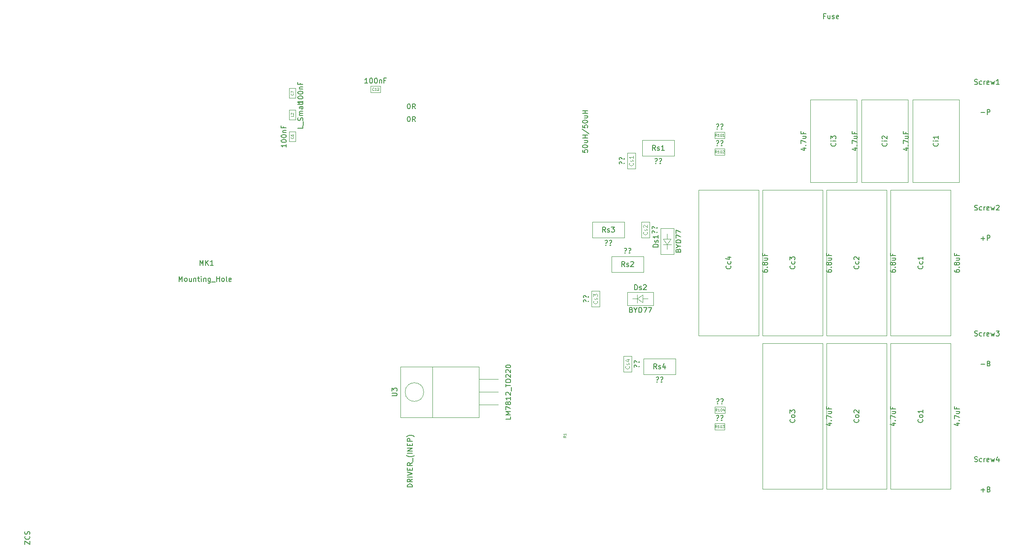
<source format=gbr>
G04 #@! TF.GenerationSoftware,KiCad,Pcbnew,(5.0.0-rc2-dev-586-g888c43477)*
G04 #@! TF.CreationDate,2018-06-03T12:19:04-03:00*
G04 #@! TF.ProjectId,Mcc18,4D636331382E6B696361645F70636200,rev?*
G04 #@! TF.SameCoordinates,Original*
G04 #@! TF.FileFunction,Other,Fab,Top*
%FSLAX46Y46*%
G04 Gerber Fmt 4.6, Leading zero omitted, Abs format (unit mm)*
G04 Created by KiCad (PCBNEW (5.0.0-rc2-dev-586-g888c43477)) date 06/03/18 12:19:04*
%MOMM*%
%LPD*%
G01*
G04 APERTURE LIST*
%ADD10C,0.100000*%
%ADD11C,0.150000*%
%ADD12C,0.080000*%
%ADD13C,0.120000*%
G04 APERTURE END LIST*
D10*
X120126000Y-55788000D02*
X120126000Y-56988000D01*
X120126000Y-56988000D02*
X118126000Y-56988000D01*
X118126000Y-56988000D02*
X118126000Y-55788000D01*
X118126000Y-55788000D02*
X120126000Y-55788000D01*
X186452000Y-64932000D02*
X188452000Y-64932000D01*
X186452000Y-66132000D02*
X186452000Y-64932000D01*
X188452000Y-66132000D02*
X186452000Y-66132000D01*
X188452000Y-64932000D02*
X188452000Y-66132000D01*
X169964000Y-109398000D02*
X169964000Y-112598000D01*
X168364000Y-109398000D02*
X169964000Y-109398000D01*
X168364000Y-112598000D02*
X168364000Y-109398000D01*
X169964000Y-112598000D02*
X168364000Y-112598000D01*
X162014000Y-96444000D02*
X163614000Y-96444000D01*
X163614000Y-96444000D02*
X163614000Y-99644000D01*
X163614000Y-99644000D02*
X162014000Y-99644000D01*
X162014000Y-99644000D02*
X162014000Y-96444000D01*
X173520000Y-82728000D02*
X173520000Y-85928000D01*
X171920000Y-82728000D02*
X173520000Y-82728000D01*
X171920000Y-85928000D02*
X171920000Y-82728000D01*
X173520000Y-85928000D02*
X171920000Y-85928000D01*
X169126000Y-69012000D02*
X170726000Y-69012000D01*
X170726000Y-69012000D02*
X170726000Y-72212000D01*
X170726000Y-72212000D02*
X169126000Y-72212000D01*
X169126000Y-72212000D02*
X169126000Y-69012000D01*
X139700000Y-114046000D02*
X143510000Y-114046000D01*
X139700000Y-116586000D02*
X143510000Y-116586000D01*
X139700000Y-119126000D02*
X143510000Y-119126000D01*
X139700000Y-111586000D02*
X139700000Y-121586000D01*
X130450000Y-111586000D02*
X139700000Y-111586000D01*
X130450000Y-121586000D02*
X130450000Y-111586000D01*
X139700000Y-121586000D02*
X130450000Y-121586000D01*
X130450000Y-111586000D02*
X130450000Y-121586000D01*
X124050000Y-111586000D02*
X130450000Y-111586000D01*
X124050000Y-121586000D02*
X124050000Y-111586000D01*
X130450000Y-121586000D02*
X124050000Y-121586000D01*
X128700000Y-116586000D02*
G75*
G03X128700000Y-116586000I-1850000J0D01*
G01*
X224818000Y-74932000D02*
X224818000Y-58432000D01*
X215618000Y-74932000D02*
X224818000Y-74932000D01*
X215618000Y-58432000D02*
X215618000Y-74932000D01*
X224818000Y-58432000D02*
X215618000Y-58432000D01*
X234978000Y-74932000D02*
X234978000Y-58432000D01*
X225778000Y-74932000D02*
X234978000Y-74932000D01*
X225778000Y-58432000D02*
X225778000Y-74932000D01*
X234978000Y-58432000D02*
X225778000Y-58432000D01*
X214658000Y-74932000D02*
X214658000Y-58432000D01*
X205458000Y-74932000D02*
X214658000Y-74932000D01*
X205458000Y-58432000D02*
X205458000Y-74932000D01*
X214658000Y-58432000D02*
X205458000Y-58432000D01*
X171054560Y-98045020D02*
X172205180Y-97244920D01*
X171054560Y-98045020D02*
X172205180Y-98794320D01*
X172205180Y-98794320D02*
X172205180Y-97244920D01*
X171054560Y-97244920D02*
X171054560Y-98845120D01*
X172205180Y-98045020D02*
X173203400Y-98045020D01*
X171054560Y-98045020D02*
X170152860Y-98045020D01*
X174304000Y-99344000D02*
X174304000Y-96744000D01*
X169104000Y-99344000D02*
X174304000Y-99344000D01*
X169104000Y-96744000D02*
X169104000Y-99344000D01*
X174304000Y-96744000D02*
X169104000Y-96744000D01*
X177039020Y-87263440D02*
X176238920Y-86112820D01*
X177039020Y-87263440D02*
X177788320Y-86112820D01*
X177788320Y-86112820D02*
X176238920Y-86112820D01*
X176238920Y-87263440D02*
X177839120Y-87263440D01*
X177039020Y-86112820D02*
X177039020Y-85114600D01*
X177039020Y-87263440D02*
X177039020Y-88165140D01*
X178338000Y-84014000D02*
X175738000Y-84014000D01*
X178338000Y-89214000D02*
X178338000Y-84014000D01*
X175738000Y-89214000D02*
X178338000Y-89214000D01*
X175738000Y-84014000D02*
X175738000Y-89214000D01*
X103216000Y-60468000D02*
X103216000Y-62468000D01*
X102016000Y-60468000D02*
X103216000Y-60468000D01*
X102016000Y-62468000D02*
X102016000Y-60468000D01*
X103216000Y-62468000D02*
X102016000Y-62468000D01*
X178664000Y-113106000D02*
X172364000Y-113106000D01*
X178664000Y-109906000D02*
X178664000Y-113106000D01*
X172364000Y-109906000D02*
X178664000Y-109906000D01*
X172364000Y-113106000D02*
X172364000Y-109906000D01*
X168504000Y-85928000D02*
X162204000Y-85928000D01*
X168504000Y-82728000D02*
X168504000Y-85928000D01*
X162204000Y-82728000D02*
X168504000Y-82728000D01*
X162204000Y-85928000D02*
X162204000Y-82728000D01*
X166014000Y-89586000D02*
X172314000Y-89586000D01*
X166014000Y-92786000D02*
X166014000Y-89586000D01*
X172314000Y-92786000D02*
X166014000Y-92786000D01*
X172314000Y-89586000D02*
X172314000Y-92786000D01*
X178410000Y-69672000D02*
X172110000Y-69672000D01*
X178410000Y-66472000D02*
X178410000Y-69672000D01*
X172110000Y-66472000D02*
X178410000Y-66472000D01*
X172110000Y-69672000D02*
X172110000Y-66472000D01*
X102016000Y-64786000D02*
X103216000Y-64786000D01*
X103216000Y-64786000D02*
X103216000Y-66786000D01*
X103216000Y-66786000D02*
X102016000Y-66786000D01*
X102016000Y-66786000D02*
X102016000Y-64786000D01*
X103216000Y-56150000D02*
X103216000Y-58150000D01*
X102016000Y-56150000D02*
X103216000Y-56150000D01*
X102016000Y-58150000D02*
X102016000Y-56150000D01*
X103216000Y-58150000D02*
X102016000Y-58150000D01*
X208680000Y-106878000D02*
X208680000Y-135878000D01*
X220580000Y-106878000D02*
X208680000Y-106878000D01*
X220580000Y-135878000D02*
X220580000Y-106878000D01*
X208680000Y-135878000D02*
X220580000Y-135878000D01*
X221380000Y-105398000D02*
X233280000Y-105398000D01*
X233280000Y-105398000D02*
X233280000Y-76398000D01*
X233280000Y-76398000D02*
X221380000Y-76398000D01*
X221380000Y-76398000D02*
X221380000Y-105398000D01*
X208680000Y-76398000D02*
X208680000Y-105398000D01*
X220580000Y-76398000D02*
X208680000Y-76398000D01*
X220580000Y-105398000D02*
X220580000Y-76398000D01*
X208680000Y-105398000D02*
X220580000Y-105398000D01*
X195980000Y-105398000D02*
X207880000Y-105398000D01*
X207880000Y-105398000D02*
X207880000Y-76398000D01*
X207880000Y-76398000D02*
X195980000Y-76398000D01*
X195980000Y-76398000D02*
X195980000Y-105398000D01*
X221380000Y-106878000D02*
X221380000Y-135878000D01*
X233280000Y-106878000D02*
X221380000Y-106878000D01*
X233280000Y-135878000D02*
X233280000Y-106878000D01*
X221380000Y-135878000D02*
X233280000Y-135878000D01*
X183280000Y-105398000D02*
X195180000Y-105398000D01*
X195180000Y-105398000D02*
X195180000Y-76398000D01*
X195180000Y-76398000D02*
X183280000Y-76398000D01*
X183280000Y-76398000D02*
X183280000Y-105398000D01*
X195980000Y-106878000D02*
X195980000Y-135878000D01*
X207880000Y-106878000D02*
X195980000Y-106878000D01*
X207880000Y-135878000D02*
X207880000Y-106878000D01*
X195980000Y-135878000D02*
X207880000Y-135878000D01*
X188452000Y-68234000D02*
X188452000Y-69434000D01*
X188452000Y-69434000D02*
X186452000Y-69434000D01*
X186452000Y-69434000D02*
X186452000Y-68234000D01*
X186452000Y-68234000D02*
X188452000Y-68234000D01*
X186452000Y-122844000D02*
X188452000Y-122844000D01*
X186452000Y-124044000D02*
X186452000Y-122844000D01*
X188452000Y-124044000D02*
X186452000Y-124044000D01*
X188452000Y-122844000D02*
X188452000Y-124044000D01*
X188500500Y-119542000D02*
X188500500Y-120742000D01*
X188500500Y-120742000D02*
X186500500Y-120742000D01*
X186500500Y-120742000D02*
X186500500Y-119542000D01*
X186500500Y-119542000D02*
X188500500Y-119542000D01*
D11*
X80101133Y-94584380D02*
X80101133Y-93584380D01*
X80434466Y-94298666D01*
X80767800Y-93584380D01*
X80767800Y-94584380D01*
X81386847Y-94584380D02*
X81291609Y-94536761D01*
X81243990Y-94489142D01*
X81196371Y-94393904D01*
X81196371Y-94108190D01*
X81243990Y-94012952D01*
X81291609Y-93965333D01*
X81386847Y-93917714D01*
X81529704Y-93917714D01*
X81624942Y-93965333D01*
X81672561Y-94012952D01*
X81720180Y-94108190D01*
X81720180Y-94393904D01*
X81672561Y-94489142D01*
X81624942Y-94536761D01*
X81529704Y-94584380D01*
X81386847Y-94584380D01*
X82577323Y-93917714D02*
X82577323Y-94584380D01*
X82148752Y-93917714D02*
X82148752Y-94441523D01*
X82196371Y-94536761D01*
X82291609Y-94584380D01*
X82434466Y-94584380D01*
X82529704Y-94536761D01*
X82577323Y-94489142D01*
X83053514Y-93917714D02*
X83053514Y-94584380D01*
X83053514Y-94012952D02*
X83101133Y-93965333D01*
X83196371Y-93917714D01*
X83339228Y-93917714D01*
X83434466Y-93965333D01*
X83482085Y-94060571D01*
X83482085Y-94584380D01*
X83815419Y-93917714D02*
X84196371Y-93917714D01*
X83958276Y-93584380D02*
X83958276Y-94441523D01*
X84005895Y-94536761D01*
X84101133Y-94584380D01*
X84196371Y-94584380D01*
X84529704Y-94584380D02*
X84529704Y-93917714D01*
X84529704Y-93584380D02*
X84482085Y-93632000D01*
X84529704Y-93679619D01*
X84577323Y-93632000D01*
X84529704Y-93584380D01*
X84529704Y-93679619D01*
X85005895Y-93917714D02*
X85005895Y-94584380D01*
X85005895Y-94012952D02*
X85053514Y-93965333D01*
X85148752Y-93917714D01*
X85291609Y-93917714D01*
X85386847Y-93965333D01*
X85434466Y-94060571D01*
X85434466Y-94584380D01*
X86339228Y-93917714D02*
X86339228Y-94727238D01*
X86291609Y-94822476D01*
X86243990Y-94870095D01*
X86148752Y-94917714D01*
X86005895Y-94917714D01*
X85910657Y-94870095D01*
X86339228Y-94536761D02*
X86243990Y-94584380D01*
X86053514Y-94584380D01*
X85958276Y-94536761D01*
X85910657Y-94489142D01*
X85863038Y-94393904D01*
X85863038Y-94108190D01*
X85910657Y-94012952D01*
X85958276Y-93965333D01*
X86053514Y-93917714D01*
X86243990Y-93917714D01*
X86339228Y-93965333D01*
X86577323Y-94679619D02*
X87339228Y-94679619D01*
X87577323Y-94584380D02*
X87577323Y-93584380D01*
X87577323Y-94060571D02*
X88148752Y-94060571D01*
X88148752Y-94584380D02*
X88148752Y-93584380D01*
X88767800Y-94584380D02*
X88672561Y-94536761D01*
X88624942Y-94489142D01*
X88577323Y-94393904D01*
X88577323Y-94108190D01*
X88624942Y-94012952D01*
X88672561Y-93965333D01*
X88767800Y-93917714D01*
X88910657Y-93917714D01*
X89005895Y-93965333D01*
X89053514Y-94012952D01*
X89101133Y-94108190D01*
X89101133Y-94393904D01*
X89053514Y-94489142D01*
X89005895Y-94536761D01*
X88910657Y-94584380D01*
X88767800Y-94584380D01*
X89672561Y-94584380D02*
X89577323Y-94536761D01*
X89529704Y-94441523D01*
X89529704Y-93584380D01*
X90434466Y-94536761D02*
X90339228Y-94584380D01*
X90148752Y-94584380D01*
X90053514Y-94536761D01*
X90005895Y-94441523D01*
X90005895Y-94060571D01*
X90053514Y-93965333D01*
X90148752Y-93917714D01*
X90339228Y-93917714D01*
X90434466Y-93965333D01*
X90482085Y-94060571D01*
X90482085Y-94155809D01*
X90005895Y-94251047D01*
X84258276Y-91384380D02*
X84258276Y-90384380D01*
X84591609Y-91098666D01*
X84924942Y-90384380D01*
X84924942Y-91384380D01*
X85401133Y-91384380D02*
X85401133Y-90384380D01*
X85972561Y-91384380D02*
X85543990Y-90812952D01*
X85972561Y-90384380D02*
X85401133Y-90955809D01*
X86924942Y-91384380D02*
X86353514Y-91384380D01*
X86639228Y-91384380D02*
X86639228Y-90384380D01*
X86543990Y-90527238D01*
X86448752Y-90622476D01*
X86353514Y-90670095D01*
X125690380Y-59274380D02*
X125785619Y-59274380D01*
X125880857Y-59322000D01*
X125928476Y-59369619D01*
X125976095Y-59464857D01*
X126023714Y-59655333D01*
X126023714Y-59893428D01*
X125976095Y-60083904D01*
X125928476Y-60179142D01*
X125880857Y-60226761D01*
X125785619Y-60274380D01*
X125690380Y-60274380D01*
X125595142Y-60226761D01*
X125547523Y-60179142D01*
X125499904Y-60083904D01*
X125452285Y-59893428D01*
X125452285Y-59655333D01*
X125499904Y-59464857D01*
X125547523Y-59369619D01*
X125595142Y-59322000D01*
X125690380Y-59274380D01*
X127023714Y-60274380D02*
X126690380Y-59798190D01*
X126452285Y-60274380D02*
X126452285Y-59274380D01*
X126833238Y-59274380D01*
X126928476Y-59322000D01*
X126976095Y-59369619D01*
X127023714Y-59464857D01*
X127023714Y-59607714D01*
X126976095Y-59702952D01*
X126928476Y-59750571D01*
X126833238Y-59798190D01*
X126452285Y-59798190D01*
X125690380Y-61814380D02*
X125785619Y-61814380D01*
X125880857Y-61862000D01*
X125928476Y-61909619D01*
X125976095Y-62004857D01*
X126023714Y-62195333D01*
X126023714Y-62433428D01*
X125976095Y-62623904D01*
X125928476Y-62719142D01*
X125880857Y-62766761D01*
X125785619Y-62814380D01*
X125690380Y-62814380D01*
X125595142Y-62766761D01*
X125547523Y-62719142D01*
X125499904Y-62623904D01*
X125452285Y-62433428D01*
X125452285Y-62195333D01*
X125499904Y-62004857D01*
X125547523Y-61909619D01*
X125595142Y-61862000D01*
X125690380Y-61814380D01*
X127023714Y-62814380D02*
X126690380Y-62338190D01*
X126452285Y-62814380D02*
X126452285Y-61814380D01*
X126833238Y-61814380D01*
X126928476Y-61862000D01*
X126976095Y-61909619D01*
X127023714Y-62004857D01*
X127023714Y-62147714D01*
X126976095Y-62242952D01*
X126928476Y-62290571D01*
X126833238Y-62338190D01*
X126452285Y-62338190D01*
X117578380Y-55190380D02*
X117006952Y-55190380D01*
X117292666Y-55190380D02*
X117292666Y-54190380D01*
X117197428Y-54333238D01*
X117102190Y-54428476D01*
X117006952Y-54476095D01*
X118197428Y-54190380D02*
X118292666Y-54190380D01*
X118387904Y-54238000D01*
X118435523Y-54285619D01*
X118483142Y-54380857D01*
X118530761Y-54571333D01*
X118530761Y-54809428D01*
X118483142Y-54999904D01*
X118435523Y-55095142D01*
X118387904Y-55142761D01*
X118292666Y-55190380D01*
X118197428Y-55190380D01*
X118102190Y-55142761D01*
X118054571Y-55095142D01*
X118006952Y-54999904D01*
X117959333Y-54809428D01*
X117959333Y-54571333D01*
X118006952Y-54380857D01*
X118054571Y-54285619D01*
X118102190Y-54238000D01*
X118197428Y-54190380D01*
X119149809Y-54190380D02*
X119245047Y-54190380D01*
X119340285Y-54238000D01*
X119387904Y-54285619D01*
X119435523Y-54380857D01*
X119483142Y-54571333D01*
X119483142Y-54809428D01*
X119435523Y-54999904D01*
X119387904Y-55095142D01*
X119340285Y-55142761D01*
X119245047Y-55190380D01*
X119149809Y-55190380D01*
X119054571Y-55142761D01*
X119006952Y-55095142D01*
X118959333Y-54999904D01*
X118911714Y-54809428D01*
X118911714Y-54571333D01*
X118959333Y-54380857D01*
X119006952Y-54285619D01*
X119054571Y-54238000D01*
X119149809Y-54190380D01*
X119911714Y-54523714D02*
X119911714Y-55190380D01*
X119911714Y-54618952D02*
X119959333Y-54571333D01*
X120054571Y-54523714D01*
X120197428Y-54523714D01*
X120292666Y-54571333D01*
X120340285Y-54666571D01*
X120340285Y-55190380D01*
X121149809Y-54666571D02*
X120816476Y-54666571D01*
X120816476Y-55190380D02*
X120816476Y-54190380D01*
X121292666Y-54190380D01*
D12*
X118804571Y-56566571D02*
X118780761Y-56590380D01*
X118709333Y-56614190D01*
X118661714Y-56614190D01*
X118590285Y-56590380D01*
X118542666Y-56542761D01*
X118518857Y-56495142D01*
X118495047Y-56399904D01*
X118495047Y-56328476D01*
X118518857Y-56233238D01*
X118542666Y-56185619D01*
X118590285Y-56138000D01*
X118661714Y-56114190D01*
X118709333Y-56114190D01*
X118780761Y-56138000D01*
X118804571Y-56161809D01*
X119280761Y-56614190D02*
X118995047Y-56614190D01*
X119137904Y-56614190D02*
X119137904Y-56114190D01*
X119090285Y-56185619D01*
X119042666Y-56233238D01*
X118995047Y-56257047D01*
X119471238Y-56161809D02*
X119495047Y-56138000D01*
X119542666Y-56114190D01*
X119661714Y-56114190D01*
X119709333Y-56138000D01*
X119733142Y-56161809D01*
X119756952Y-56209428D01*
X119756952Y-56257047D01*
X119733142Y-56328476D01*
X119447428Y-56614190D01*
X119756952Y-56614190D01*
D11*
X186975809Y-64239142D02*
X187023428Y-64286761D01*
X186975809Y-64334380D01*
X186928190Y-64286761D01*
X186975809Y-64239142D01*
X186975809Y-64334380D01*
X186785333Y-63382000D02*
X186880571Y-63334380D01*
X187118666Y-63334380D01*
X187213904Y-63382000D01*
X187261523Y-63477238D01*
X187261523Y-63572476D01*
X187213904Y-63667714D01*
X187166285Y-63715333D01*
X187071047Y-63762952D01*
X187023428Y-63810571D01*
X186975809Y-63905809D01*
X186975809Y-63953428D01*
X187832952Y-64239142D02*
X187880571Y-64286761D01*
X187832952Y-64334380D01*
X187785333Y-64286761D01*
X187832952Y-64239142D01*
X187832952Y-64334380D01*
X187642476Y-63382000D02*
X187737714Y-63334380D01*
X187975809Y-63334380D01*
X188071047Y-63382000D01*
X188118666Y-63477238D01*
X188118666Y-63572476D01*
X188071047Y-63667714D01*
X188023428Y-63715333D01*
X187928190Y-63762952D01*
X187880571Y-63810571D01*
X187832952Y-63905809D01*
X187832952Y-63953428D01*
D12*
X186892476Y-65758190D02*
X186725809Y-65520095D01*
X186606761Y-65758190D02*
X186606761Y-65258190D01*
X186797238Y-65258190D01*
X186844857Y-65282000D01*
X186868666Y-65305809D01*
X186892476Y-65353428D01*
X186892476Y-65424857D01*
X186868666Y-65472476D01*
X186844857Y-65496285D01*
X186797238Y-65520095D01*
X186606761Y-65520095D01*
X187368666Y-65758190D02*
X187082952Y-65758190D01*
X187225809Y-65758190D02*
X187225809Y-65258190D01*
X187178190Y-65329619D01*
X187130571Y-65377238D01*
X187082952Y-65401047D01*
X187678190Y-65258190D02*
X187725809Y-65258190D01*
X187773428Y-65282000D01*
X187797238Y-65305809D01*
X187821047Y-65353428D01*
X187844857Y-65448666D01*
X187844857Y-65567714D01*
X187821047Y-65662952D01*
X187797238Y-65710571D01*
X187773428Y-65734380D01*
X187725809Y-65758190D01*
X187678190Y-65758190D01*
X187630571Y-65734380D01*
X187606761Y-65710571D01*
X187582952Y-65662952D01*
X187559142Y-65567714D01*
X187559142Y-65448666D01*
X187582952Y-65353428D01*
X187606761Y-65305809D01*
X187630571Y-65282000D01*
X187678190Y-65258190D01*
X188321047Y-65758190D02*
X188035333Y-65758190D01*
X188178190Y-65758190D02*
X188178190Y-65258190D01*
X188130571Y-65329619D01*
X188082952Y-65377238D01*
X188035333Y-65401047D01*
D11*
X126444380Y-135444857D02*
X125444380Y-135444857D01*
X125444380Y-135206761D01*
X125492000Y-135063904D01*
X125587238Y-134968666D01*
X125682476Y-134921047D01*
X125872952Y-134873428D01*
X126015809Y-134873428D01*
X126206285Y-134921047D01*
X126301523Y-134968666D01*
X126396761Y-135063904D01*
X126444380Y-135206761D01*
X126444380Y-135444857D01*
X126444380Y-133873428D02*
X125968190Y-134206761D01*
X126444380Y-134444857D02*
X125444380Y-134444857D01*
X125444380Y-134063904D01*
X125492000Y-133968666D01*
X125539619Y-133921047D01*
X125634857Y-133873428D01*
X125777714Y-133873428D01*
X125872952Y-133921047D01*
X125920571Y-133968666D01*
X125968190Y-134063904D01*
X125968190Y-134444857D01*
X126444380Y-133444857D02*
X125444380Y-133444857D01*
X125444380Y-133111523D02*
X126444380Y-132778190D01*
X125444380Y-132444857D01*
X125920571Y-132111523D02*
X125920571Y-131778190D01*
X126444380Y-131635333D02*
X126444380Y-132111523D01*
X125444380Y-132111523D01*
X125444380Y-131635333D01*
X126444380Y-130635333D02*
X125968190Y-130968666D01*
X126444380Y-131206761D02*
X125444380Y-131206761D01*
X125444380Y-130825809D01*
X125492000Y-130730571D01*
X125539619Y-130682952D01*
X125634857Y-130635333D01*
X125777714Y-130635333D01*
X125872952Y-130682952D01*
X125920571Y-130730571D01*
X125968190Y-130825809D01*
X125968190Y-131206761D01*
X126539619Y-130444857D02*
X126539619Y-129682952D01*
X126825333Y-129159142D02*
X126777714Y-129206761D01*
X126634857Y-129302000D01*
X126539619Y-129349619D01*
X126396761Y-129397238D01*
X126158666Y-129444857D01*
X125968190Y-129444857D01*
X125730095Y-129397238D01*
X125587238Y-129349619D01*
X125492000Y-129302000D01*
X125349142Y-129206761D01*
X125301523Y-129159142D01*
X126444380Y-128778190D02*
X125444380Y-128778190D01*
X126444380Y-128302000D02*
X125444380Y-128302000D01*
X126444380Y-127730571D01*
X125444380Y-127730571D01*
X125920571Y-127254380D02*
X125920571Y-126921047D01*
X126444380Y-126778190D02*
X126444380Y-127254380D01*
X125444380Y-127254380D01*
X125444380Y-126778190D01*
X126444380Y-126349619D02*
X125444380Y-126349619D01*
X125444380Y-125968666D01*
X125492000Y-125873428D01*
X125539619Y-125825809D01*
X125634857Y-125778190D01*
X125777714Y-125778190D01*
X125872952Y-125825809D01*
X125920571Y-125873428D01*
X125968190Y-125968666D01*
X125968190Y-126349619D01*
X126825333Y-125444857D02*
X126777714Y-125397238D01*
X126634857Y-125302000D01*
X126539619Y-125254380D01*
X126396761Y-125206761D01*
X126158666Y-125159142D01*
X125968190Y-125159142D01*
X125730095Y-125206761D01*
X125587238Y-125254380D01*
X125492000Y-125302000D01*
X125349142Y-125397238D01*
X125301523Y-125444857D01*
X160226380Y-68436666D02*
X160226380Y-68912857D01*
X160702571Y-68960476D01*
X160654952Y-68912857D01*
X160607333Y-68817619D01*
X160607333Y-68579523D01*
X160654952Y-68484285D01*
X160702571Y-68436666D01*
X160797809Y-68389047D01*
X161035904Y-68389047D01*
X161131142Y-68436666D01*
X161178761Y-68484285D01*
X161226380Y-68579523D01*
X161226380Y-68817619D01*
X161178761Y-68912857D01*
X161131142Y-68960476D01*
X160226380Y-67770000D02*
X160226380Y-67674761D01*
X160274000Y-67579523D01*
X160321619Y-67531904D01*
X160416857Y-67484285D01*
X160607333Y-67436666D01*
X160845428Y-67436666D01*
X161035904Y-67484285D01*
X161131142Y-67531904D01*
X161178761Y-67579523D01*
X161226380Y-67674761D01*
X161226380Y-67770000D01*
X161178761Y-67865238D01*
X161131142Y-67912857D01*
X161035904Y-67960476D01*
X160845428Y-68008095D01*
X160607333Y-68008095D01*
X160416857Y-67960476D01*
X160321619Y-67912857D01*
X160274000Y-67865238D01*
X160226380Y-67770000D01*
X160559714Y-66579523D02*
X161226380Y-66579523D01*
X160559714Y-67008095D02*
X161083523Y-67008095D01*
X161178761Y-66960476D01*
X161226380Y-66865238D01*
X161226380Y-66722380D01*
X161178761Y-66627142D01*
X161131142Y-66579523D01*
X161226380Y-66103333D02*
X160226380Y-66103333D01*
X160702571Y-66103333D02*
X160702571Y-65531904D01*
X161226380Y-65531904D02*
X160226380Y-65531904D01*
X160178761Y-64341428D02*
X161464476Y-65198571D01*
X160226380Y-63531904D02*
X160226380Y-64008095D01*
X160702571Y-64055714D01*
X160654952Y-64008095D01*
X160607333Y-63912857D01*
X160607333Y-63674761D01*
X160654952Y-63579523D01*
X160702571Y-63531904D01*
X160797809Y-63484285D01*
X161035904Y-63484285D01*
X161131142Y-63531904D01*
X161178761Y-63579523D01*
X161226380Y-63674761D01*
X161226380Y-63912857D01*
X161178761Y-64008095D01*
X161131142Y-64055714D01*
X160226380Y-62865238D02*
X160226380Y-62770000D01*
X160274000Y-62674761D01*
X160321619Y-62627142D01*
X160416857Y-62579523D01*
X160607333Y-62531904D01*
X160845428Y-62531904D01*
X161035904Y-62579523D01*
X161131142Y-62627142D01*
X161178761Y-62674761D01*
X161226380Y-62770000D01*
X161226380Y-62865238D01*
X161178761Y-62960476D01*
X161131142Y-63008095D01*
X161035904Y-63055714D01*
X160845428Y-63103333D01*
X160607333Y-63103333D01*
X160416857Y-63055714D01*
X160321619Y-63008095D01*
X160274000Y-62960476D01*
X160226380Y-62865238D01*
X160559714Y-61674761D02*
X161226380Y-61674761D01*
X160559714Y-62103333D02*
X161083523Y-62103333D01*
X161178761Y-62055714D01*
X161226380Y-61960476D01*
X161226380Y-61817619D01*
X161178761Y-61722380D01*
X161131142Y-61674761D01*
X161226380Y-61198571D02*
X160226380Y-61198571D01*
X160702571Y-61198571D02*
X160702571Y-60627142D01*
X161226380Y-60627142D02*
X160226380Y-60627142D01*
X49498380Y-146851523D02*
X49498380Y-146184857D01*
X50498380Y-146851523D01*
X50498380Y-146184857D01*
X50403142Y-145232476D02*
X50450761Y-145280095D01*
X50498380Y-145422952D01*
X50498380Y-145518190D01*
X50450761Y-145661047D01*
X50355523Y-145756285D01*
X50260285Y-145803904D01*
X50069809Y-145851523D01*
X49926952Y-145851523D01*
X49736476Y-145803904D01*
X49641238Y-145756285D01*
X49546000Y-145661047D01*
X49498380Y-145518190D01*
X49498380Y-145422952D01*
X49546000Y-145280095D01*
X49593619Y-145232476D01*
X50450761Y-144851523D02*
X50498380Y-144708666D01*
X50498380Y-144470571D01*
X50450761Y-144375333D01*
X50403142Y-144327714D01*
X50307904Y-144280095D01*
X50212666Y-144280095D01*
X50117428Y-144327714D01*
X50069809Y-144375333D01*
X50022190Y-144470571D01*
X49974571Y-144661047D01*
X49926952Y-144756285D01*
X49879333Y-144803904D01*
X49784095Y-144851523D01*
X49688857Y-144851523D01*
X49593619Y-144803904D01*
X49546000Y-144756285D01*
X49498380Y-144661047D01*
X49498380Y-144422952D01*
X49546000Y-144280095D01*
X171371142Y-111474190D02*
X171418761Y-111426571D01*
X171466380Y-111474190D01*
X171418761Y-111521809D01*
X171371142Y-111474190D01*
X171466380Y-111474190D01*
X170514000Y-111664666D02*
X170466380Y-111569428D01*
X170466380Y-111331333D01*
X170514000Y-111236095D01*
X170609238Y-111188476D01*
X170704476Y-111188476D01*
X170799714Y-111236095D01*
X170847333Y-111283714D01*
X170894952Y-111378952D01*
X170942571Y-111426571D01*
X171037809Y-111474190D01*
X171085428Y-111474190D01*
X171371142Y-110617047D02*
X171418761Y-110569428D01*
X171466380Y-110617047D01*
X171418761Y-110664666D01*
X171371142Y-110617047D01*
X171466380Y-110617047D01*
X170514000Y-110807523D02*
X170466380Y-110712285D01*
X170466380Y-110474190D01*
X170514000Y-110378952D01*
X170609238Y-110331333D01*
X170704476Y-110331333D01*
X170799714Y-110378952D01*
X170847333Y-110426571D01*
X170894952Y-110521809D01*
X170942571Y-110569428D01*
X171037809Y-110617047D01*
X171085428Y-110617047D01*
D13*
X169449714Y-111455142D02*
X169487809Y-111493238D01*
X169525904Y-111607523D01*
X169525904Y-111683714D01*
X169487809Y-111798000D01*
X169411619Y-111874190D01*
X169335428Y-111912285D01*
X169183047Y-111950380D01*
X169068761Y-111950380D01*
X168916380Y-111912285D01*
X168840190Y-111874190D01*
X168764000Y-111798000D01*
X168725904Y-111683714D01*
X168725904Y-111607523D01*
X168764000Y-111493238D01*
X168802095Y-111455142D01*
X169487809Y-111150380D02*
X169525904Y-111074190D01*
X169525904Y-110921809D01*
X169487809Y-110845619D01*
X169411619Y-110807523D01*
X169373523Y-110807523D01*
X169297333Y-110845619D01*
X169259238Y-110921809D01*
X169259238Y-111036095D01*
X169221142Y-111112285D01*
X169144952Y-111150380D01*
X169106857Y-111150380D01*
X169030666Y-111112285D01*
X168992571Y-111036095D01*
X168992571Y-110921809D01*
X169030666Y-110845619D01*
X168992571Y-110121809D02*
X169525904Y-110121809D01*
X168687809Y-110312285D02*
X169259238Y-110502761D01*
X169259238Y-110007523D01*
D11*
X161321142Y-98520190D02*
X161368761Y-98472571D01*
X161416380Y-98520190D01*
X161368761Y-98567809D01*
X161321142Y-98520190D01*
X161416380Y-98520190D01*
X160464000Y-98710666D02*
X160416380Y-98615428D01*
X160416380Y-98377333D01*
X160464000Y-98282095D01*
X160559238Y-98234476D01*
X160654476Y-98234476D01*
X160749714Y-98282095D01*
X160797333Y-98329714D01*
X160844952Y-98424952D01*
X160892571Y-98472571D01*
X160987809Y-98520190D01*
X161035428Y-98520190D01*
X161321142Y-97663047D02*
X161368761Y-97615428D01*
X161416380Y-97663047D01*
X161368761Y-97710666D01*
X161321142Y-97663047D01*
X161416380Y-97663047D01*
X160464000Y-97853523D02*
X160416380Y-97758285D01*
X160416380Y-97520190D01*
X160464000Y-97424952D01*
X160559238Y-97377333D01*
X160654476Y-97377333D01*
X160749714Y-97424952D01*
X160797333Y-97472571D01*
X160844952Y-97567809D01*
X160892571Y-97615428D01*
X160987809Y-97663047D01*
X161035428Y-97663047D01*
D13*
X163099714Y-98501142D02*
X163137809Y-98539238D01*
X163175904Y-98653523D01*
X163175904Y-98729714D01*
X163137809Y-98844000D01*
X163061619Y-98920190D01*
X162985428Y-98958285D01*
X162833047Y-98996380D01*
X162718761Y-98996380D01*
X162566380Y-98958285D01*
X162490190Y-98920190D01*
X162414000Y-98844000D01*
X162375904Y-98729714D01*
X162375904Y-98653523D01*
X162414000Y-98539238D01*
X162452095Y-98501142D01*
X163137809Y-98196380D02*
X163175904Y-98120190D01*
X163175904Y-97967809D01*
X163137809Y-97891619D01*
X163061619Y-97853523D01*
X163023523Y-97853523D01*
X162947333Y-97891619D01*
X162909238Y-97967809D01*
X162909238Y-98082095D01*
X162871142Y-98158285D01*
X162794952Y-98196380D01*
X162756857Y-98196380D01*
X162680666Y-98158285D01*
X162642571Y-98082095D01*
X162642571Y-97967809D01*
X162680666Y-97891619D01*
X162375904Y-97586857D02*
X162375904Y-97091619D01*
X162680666Y-97358285D01*
X162680666Y-97244000D01*
X162718761Y-97167809D01*
X162756857Y-97129714D01*
X162833047Y-97091619D01*
X163023523Y-97091619D01*
X163099714Y-97129714D01*
X163137809Y-97167809D01*
X163175904Y-97244000D01*
X163175904Y-97472571D01*
X163137809Y-97548761D01*
X163099714Y-97586857D01*
D11*
X174927142Y-84804190D02*
X174974761Y-84756571D01*
X175022380Y-84804190D01*
X174974761Y-84851809D01*
X174927142Y-84804190D01*
X175022380Y-84804190D01*
X174070000Y-84994666D02*
X174022380Y-84899428D01*
X174022380Y-84661333D01*
X174070000Y-84566095D01*
X174165238Y-84518476D01*
X174260476Y-84518476D01*
X174355714Y-84566095D01*
X174403333Y-84613714D01*
X174450952Y-84708952D01*
X174498571Y-84756571D01*
X174593809Y-84804190D01*
X174641428Y-84804190D01*
X174927142Y-83947047D02*
X174974761Y-83899428D01*
X175022380Y-83947047D01*
X174974761Y-83994666D01*
X174927142Y-83947047D01*
X175022380Y-83947047D01*
X174070000Y-84137523D02*
X174022380Y-84042285D01*
X174022380Y-83804190D01*
X174070000Y-83708952D01*
X174165238Y-83661333D01*
X174260476Y-83661333D01*
X174355714Y-83708952D01*
X174403333Y-83756571D01*
X174450952Y-83851809D01*
X174498571Y-83899428D01*
X174593809Y-83947047D01*
X174641428Y-83947047D01*
D13*
X173005714Y-84785142D02*
X173043809Y-84823238D01*
X173081904Y-84937523D01*
X173081904Y-85013714D01*
X173043809Y-85128000D01*
X172967619Y-85204190D01*
X172891428Y-85242285D01*
X172739047Y-85280380D01*
X172624761Y-85280380D01*
X172472380Y-85242285D01*
X172396190Y-85204190D01*
X172320000Y-85128000D01*
X172281904Y-85013714D01*
X172281904Y-84937523D01*
X172320000Y-84823238D01*
X172358095Y-84785142D01*
X173043809Y-84480380D02*
X173081904Y-84404190D01*
X173081904Y-84251809D01*
X173043809Y-84175619D01*
X172967619Y-84137523D01*
X172929523Y-84137523D01*
X172853333Y-84175619D01*
X172815238Y-84251809D01*
X172815238Y-84366095D01*
X172777142Y-84442285D01*
X172700952Y-84480380D01*
X172662857Y-84480380D01*
X172586666Y-84442285D01*
X172548571Y-84366095D01*
X172548571Y-84251809D01*
X172586666Y-84175619D01*
X172358095Y-83832761D02*
X172320000Y-83794666D01*
X172281904Y-83718476D01*
X172281904Y-83528000D01*
X172320000Y-83451809D01*
X172358095Y-83413714D01*
X172434285Y-83375619D01*
X172510476Y-83375619D01*
X172624761Y-83413714D01*
X173081904Y-83870857D01*
X173081904Y-83375619D01*
D11*
X168433142Y-71088190D02*
X168480761Y-71040571D01*
X168528380Y-71088190D01*
X168480761Y-71135809D01*
X168433142Y-71088190D01*
X168528380Y-71088190D01*
X167576000Y-71278666D02*
X167528380Y-71183428D01*
X167528380Y-70945333D01*
X167576000Y-70850095D01*
X167671238Y-70802476D01*
X167766476Y-70802476D01*
X167861714Y-70850095D01*
X167909333Y-70897714D01*
X167956952Y-70992952D01*
X168004571Y-71040571D01*
X168099809Y-71088190D01*
X168147428Y-71088190D01*
X168433142Y-70231047D02*
X168480761Y-70183428D01*
X168528380Y-70231047D01*
X168480761Y-70278666D01*
X168433142Y-70231047D01*
X168528380Y-70231047D01*
X167576000Y-70421523D02*
X167528380Y-70326285D01*
X167528380Y-70088190D01*
X167576000Y-69992952D01*
X167671238Y-69945333D01*
X167766476Y-69945333D01*
X167861714Y-69992952D01*
X167909333Y-70040571D01*
X167956952Y-70135809D01*
X168004571Y-70183428D01*
X168099809Y-70231047D01*
X168147428Y-70231047D01*
D13*
X170211714Y-71069142D02*
X170249809Y-71107238D01*
X170287904Y-71221523D01*
X170287904Y-71297714D01*
X170249809Y-71412000D01*
X170173619Y-71488190D01*
X170097428Y-71526285D01*
X169945047Y-71564380D01*
X169830761Y-71564380D01*
X169678380Y-71526285D01*
X169602190Y-71488190D01*
X169526000Y-71412000D01*
X169487904Y-71297714D01*
X169487904Y-71221523D01*
X169526000Y-71107238D01*
X169564095Y-71069142D01*
X170249809Y-70764380D02*
X170287904Y-70688190D01*
X170287904Y-70535809D01*
X170249809Y-70459619D01*
X170173619Y-70421523D01*
X170135523Y-70421523D01*
X170059333Y-70459619D01*
X170021238Y-70535809D01*
X170021238Y-70650095D01*
X169983142Y-70726285D01*
X169906952Y-70764380D01*
X169868857Y-70764380D01*
X169792666Y-70726285D01*
X169754571Y-70650095D01*
X169754571Y-70535809D01*
X169792666Y-70459619D01*
X170287904Y-69659619D02*
X170287904Y-70116761D01*
X170287904Y-69888190D02*
X169487904Y-69888190D01*
X169602190Y-69964380D01*
X169678380Y-70040571D01*
X169716476Y-70116761D01*
D11*
X145962380Y-121466952D02*
X145962380Y-121943142D01*
X144962380Y-121943142D01*
X145962380Y-121133619D02*
X144962380Y-121133619D01*
X145676666Y-120800285D01*
X144962380Y-120466952D01*
X145962380Y-120466952D01*
X144962380Y-120086000D02*
X144962380Y-119419333D01*
X145962380Y-119847904D01*
X145390952Y-118895523D02*
X145343333Y-118990761D01*
X145295714Y-119038380D01*
X145200476Y-119086000D01*
X145152857Y-119086000D01*
X145057619Y-119038380D01*
X145010000Y-118990761D01*
X144962380Y-118895523D01*
X144962380Y-118705047D01*
X145010000Y-118609809D01*
X145057619Y-118562190D01*
X145152857Y-118514571D01*
X145200476Y-118514571D01*
X145295714Y-118562190D01*
X145343333Y-118609809D01*
X145390952Y-118705047D01*
X145390952Y-118895523D01*
X145438571Y-118990761D01*
X145486190Y-119038380D01*
X145581428Y-119086000D01*
X145771904Y-119086000D01*
X145867142Y-119038380D01*
X145914761Y-118990761D01*
X145962380Y-118895523D01*
X145962380Y-118705047D01*
X145914761Y-118609809D01*
X145867142Y-118562190D01*
X145771904Y-118514571D01*
X145581428Y-118514571D01*
X145486190Y-118562190D01*
X145438571Y-118609809D01*
X145390952Y-118705047D01*
X145962380Y-117562190D02*
X145962380Y-118133619D01*
X145962380Y-117847904D02*
X144962380Y-117847904D01*
X145105238Y-117943142D01*
X145200476Y-118038380D01*
X145248095Y-118133619D01*
X145057619Y-117181238D02*
X145010000Y-117133619D01*
X144962380Y-117038380D01*
X144962380Y-116800285D01*
X145010000Y-116705047D01*
X145057619Y-116657428D01*
X145152857Y-116609809D01*
X145248095Y-116609809D01*
X145390952Y-116657428D01*
X145962380Y-117228857D01*
X145962380Y-116609809D01*
X146057619Y-116419333D02*
X146057619Y-115657428D01*
X144962380Y-115562190D02*
X144962380Y-114990761D01*
X145962380Y-115276476D02*
X144962380Y-115276476D01*
X144962380Y-114466952D02*
X144962380Y-114276476D01*
X145010000Y-114181238D01*
X145105238Y-114086000D01*
X145295714Y-114038380D01*
X145629047Y-114038380D01*
X145819523Y-114086000D01*
X145914761Y-114181238D01*
X145962380Y-114276476D01*
X145962380Y-114466952D01*
X145914761Y-114562190D01*
X145819523Y-114657428D01*
X145629047Y-114705047D01*
X145295714Y-114705047D01*
X145105238Y-114657428D01*
X145010000Y-114562190D01*
X144962380Y-114466952D01*
X145057619Y-113657428D02*
X145010000Y-113609809D01*
X144962380Y-113514571D01*
X144962380Y-113276476D01*
X145010000Y-113181238D01*
X145057619Y-113133619D01*
X145152857Y-113086000D01*
X145248095Y-113086000D01*
X145390952Y-113133619D01*
X145962380Y-113705047D01*
X145962380Y-113086000D01*
X145057619Y-112705047D02*
X145010000Y-112657428D01*
X144962380Y-112562190D01*
X144962380Y-112324095D01*
X145010000Y-112228857D01*
X145057619Y-112181238D01*
X145152857Y-112133619D01*
X145248095Y-112133619D01*
X145390952Y-112181238D01*
X145962380Y-112752666D01*
X145962380Y-112133619D01*
X144962380Y-111514571D02*
X144962380Y-111419333D01*
X145010000Y-111324095D01*
X145057619Y-111276476D01*
X145152857Y-111228857D01*
X145343333Y-111181238D01*
X145581428Y-111181238D01*
X145771904Y-111228857D01*
X145867142Y-111276476D01*
X145914761Y-111324095D01*
X145962380Y-111419333D01*
X145962380Y-111514571D01*
X145914761Y-111609809D01*
X145867142Y-111657428D01*
X145771904Y-111705047D01*
X145581428Y-111752666D01*
X145343333Y-111752666D01*
X145152857Y-111705047D01*
X145057619Y-111657428D01*
X145010000Y-111609809D01*
X144962380Y-111514571D01*
X122382380Y-117347904D02*
X123191904Y-117347904D01*
X123287142Y-117300285D01*
X123334761Y-117252666D01*
X123382380Y-117157428D01*
X123382380Y-116966952D01*
X123334761Y-116871714D01*
X123287142Y-116824095D01*
X123191904Y-116776476D01*
X122382380Y-116776476D01*
X122382380Y-116395523D02*
X122382380Y-115776476D01*
X122763333Y-116109809D01*
X122763333Y-115966952D01*
X122810952Y-115871714D01*
X122858571Y-115824095D01*
X122953809Y-115776476D01*
X123191904Y-115776476D01*
X123287142Y-115824095D01*
X123334761Y-115871714D01*
X123382380Y-115966952D01*
X123382380Y-116252666D01*
X123334761Y-116347904D01*
X123287142Y-116395523D01*
X214093714Y-68086761D02*
X214760380Y-68086761D01*
X213712761Y-68324857D02*
X214427047Y-68562952D01*
X214427047Y-67943904D01*
X214665142Y-67562952D02*
X214712761Y-67515333D01*
X214760380Y-67562952D01*
X214712761Y-67610571D01*
X214665142Y-67562952D01*
X214760380Y-67562952D01*
X213760380Y-67182000D02*
X213760380Y-66515333D01*
X214760380Y-66943904D01*
X214093714Y-65705809D02*
X214760380Y-65705809D01*
X214093714Y-66134380D02*
X214617523Y-66134380D01*
X214712761Y-66086761D01*
X214760380Y-65991523D01*
X214760380Y-65848666D01*
X214712761Y-65753428D01*
X214665142Y-65705809D01*
X214236571Y-64896285D02*
X214236571Y-65229619D01*
X214760380Y-65229619D02*
X213760380Y-65229619D01*
X213760380Y-64753428D01*
X220575142Y-67086761D02*
X220622761Y-67134380D01*
X220670380Y-67277238D01*
X220670380Y-67372476D01*
X220622761Y-67515333D01*
X220527523Y-67610571D01*
X220432285Y-67658190D01*
X220241809Y-67705809D01*
X220098952Y-67705809D01*
X219908476Y-67658190D01*
X219813238Y-67610571D01*
X219718000Y-67515333D01*
X219670380Y-67372476D01*
X219670380Y-67277238D01*
X219718000Y-67134380D01*
X219765619Y-67086761D01*
X220670380Y-66658190D02*
X220003714Y-66658190D01*
X219670380Y-66658190D02*
X219718000Y-66705809D01*
X219765619Y-66658190D01*
X219718000Y-66610571D01*
X219670380Y-66658190D01*
X219765619Y-66658190D01*
X219765619Y-66229619D02*
X219718000Y-66182000D01*
X219670380Y-66086761D01*
X219670380Y-65848666D01*
X219718000Y-65753428D01*
X219765619Y-65705809D01*
X219860857Y-65658190D01*
X219956095Y-65658190D01*
X220098952Y-65705809D01*
X220670380Y-66277238D01*
X220670380Y-65658190D01*
X224253714Y-68086761D02*
X224920380Y-68086761D01*
X223872761Y-68324857D02*
X224587047Y-68562952D01*
X224587047Y-67943904D01*
X224825142Y-67562952D02*
X224872761Y-67515333D01*
X224920380Y-67562952D01*
X224872761Y-67610571D01*
X224825142Y-67562952D01*
X224920380Y-67562952D01*
X223920380Y-67182000D02*
X223920380Y-66515333D01*
X224920380Y-66943904D01*
X224253714Y-65705809D02*
X224920380Y-65705809D01*
X224253714Y-66134380D02*
X224777523Y-66134380D01*
X224872761Y-66086761D01*
X224920380Y-65991523D01*
X224920380Y-65848666D01*
X224872761Y-65753428D01*
X224825142Y-65705809D01*
X224396571Y-64896285D02*
X224396571Y-65229619D01*
X224920380Y-65229619D02*
X223920380Y-65229619D01*
X223920380Y-64753428D01*
X230735142Y-67086761D02*
X230782761Y-67134380D01*
X230830380Y-67277238D01*
X230830380Y-67372476D01*
X230782761Y-67515333D01*
X230687523Y-67610571D01*
X230592285Y-67658190D01*
X230401809Y-67705809D01*
X230258952Y-67705809D01*
X230068476Y-67658190D01*
X229973238Y-67610571D01*
X229878000Y-67515333D01*
X229830380Y-67372476D01*
X229830380Y-67277238D01*
X229878000Y-67134380D01*
X229925619Y-67086761D01*
X230830380Y-66658190D02*
X230163714Y-66658190D01*
X229830380Y-66658190D02*
X229878000Y-66705809D01*
X229925619Y-66658190D01*
X229878000Y-66610571D01*
X229830380Y-66658190D01*
X229925619Y-66658190D01*
X230830380Y-65658190D02*
X230830380Y-66229619D01*
X230830380Y-65943904D02*
X229830380Y-65943904D01*
X229973238Y-66039142D01*
X230068476Y-66134380D01*
X230116095Y-66229619D01*
X203933714Y-68086761D02*
X204600380Y-68086761D01*
X203552761Y-68324857D02*
X204267047Y-68562952D01*
X204267047Y-67943904D01*
X204505142Y-67562952D02*
X204552761Y-67515333D01*
X204600380Y-67562952D01*
X204552761Y-67610571D01*
X204505142Y-67562952D01*
X204600380Y-67562952D01*
X203600380Y-67182000D02*
X203600380Y-66515333D01*
X204600380Y-66943904D01*
X203933714Y-65705809D02*
X204600380Y-65705809D01*
X203933714Y-66134380D02*
X204457523Y-66134380D01*
X204552761Y-66086761D01*
X204600380Y-65991523D01*
X204600380Y-65848666D01*
X204552761Y-65753428D01*
X204505142Y-65705809D01*
X204076571Y-64896285D02*
X204076571Y-65229619D01*
X204600380Y-65229619D02*
X203600380Y-65229619D01*
X203600380Y-64753428D01*
X210415142Y-67086761D02*
X210462761Y-67134380D01*
X210510380Y-67277238D01*
X210510380Y-67372476D01*
X210462761Y-67515333D01*
X210367523Y-67610571D01*
X210272285Y-67658190D01*
X210081809Y-67705809D01*
X209938952Y-67705809D01*
X209748476Y-67658190D01*
X209653238Y-67610571D01*
X209558000Y-67515333D01*
X209510380Y-67372476D01*
X209510380Y-67277238D01*
X209558000Y-67134380D01*
X209605619Y-67086761D01*
X210510380Y-66658190D02*
X209843714Y-66658190D01*
X209510380Y-66658190D02*
X209558000Y-66705809D01*
X209605619Y-66658190D01*
X209558000Y-66610571D01*
X209510380Y-66658190D01*
X209605619Y-66658190D01*
X209510380Y-66277238D02*
X209510380Y-65658190D01*
X209891333Y-65991523D01*
X209891333Y-65848666D01*
X209938952Y-65753428D01*
X209986571Y-65705809D01*
X210081809Y-65658190D01*
X210319904Y-65658190D01*
X210415142Y-65705809D01*
X210462761Y-65753428D01*
X210510380Y-65848666D01*
X210510380Y-66134380D01*
X210462761Y-66229619D01*
X210415142Y-66277238D01*
X169894476Y-100222571D02*
X170037333Y-100270190D01*
X170084952Y-100317809D01*
X170132571Y-100413047D01*
X170132571Y-100555904D01*
X170084952Y-100651142D01*
X170037333Y-100698761D01*
X169942095Y-100746380D01*
X169561142Y-100746380D01*
X169561142Y-99746380D01*
X169894476Y-99746380D01*
X169989714Y-99794000D01*
X170037333Y-99841619D01*
X170084952Y-99936857D01*
X170084952Y-100032095D01*
X170037333Y-100127333D01*
X169989714Y-100174952D01*
X169894476Y-100222571D01*
X169561142Y-100222571D01*
X170751619Y-100270190D02*
X170751619Y-100746380D01*
X170418285Y-99746380D02*
X170751619Y-100270190D01*
X171084952Y-99746380D01*
X171418285Y-100746380D02*
X171418285Y-99746380D01*
X171656380Y-99746380D01*
X171799238Y-99794000D01*
X171894476Y-99889238D01*
X171942095Y-99984476D01*
X171989714Y-100174952D01*
X171989714Y-100317809D01*
X171942095Y-100508285D01*
X171894476Y-100603523D01*
X171799238Y-100698761D01*
X171656380Y-100746380D01*
X171418285Y-100746380D01*
X172323047Y-99746380D02*
X172989714Y-99746380D01*
X172561142Y-100746380D01*
X173275428Y-99746380D02*
X173942095Y-99746380D01*
X173513523Y-100746380D01*
X170561142Y-96246380D02*
X170561142Y-95246380D01*
X170799238Y-95246380D01*
X170942095Y-95294000D01*
X171037333Y-95389238D01*
X171084952Y-95484476D01*
X171132571Y-95674952D01*
X171132571Y-95817809D01*
X171084952Y-96008285D01*
X171037333Y-96103523D01*
X170942095Y-96198761D01*
X170799238Y-96246380D01*
X170561142Y-96246380D01*
X171513523Y-96198761D02*
X171608761Y-96246380D01*
X171799238Y-96246380D01*
X171894476Y-96198761D01*
X171942095Y-96103523D01*
X171942095Y-96055904D01*
X171894476Y-95960666D01*
X171799238Y-95913047D01*
X171656380Y-95913047D01*
X171561142Y-95865428D01*
X171513523Y-95770190D01*
X171513523Y-95722571D01*
X171561142Y-95627333D01*
X171656380Y-95579714D01*
X171799238Y-95579714D01*
X171894476Y-95627333D01*
X172323047Y-95341619D02*
X172370666Y-95294000D01*
X172465904Y-95246380D01*
X172704000Y-95246380D01*
X172799238Y-95294000D01*
X172846857Y-95341619D01*
X172894476Y-95436857D01*
X172894476Y-95532095D01*
X172846857Y-95674952D01*
X172275428Y-96246380D01*
X172894476Y-96246380D01*
X179216571Y-88423523D02*
X179264190Y-88280666D01*
X179311809Y-88233047D01*
X179407047Y-88185428D01*
X179549904Y-88185428D01*
X179645142Y-88233047D01*
X179692761Y-88280666D01*
X179740380Y-88375904D01*
X179740380Y-88756857D01*
X178740380Y-88756857D01*
X178740380Y-88423523D01*
X178788000Y-88328285D01*
X178835619Y-88280666D01*
X178930857Y-88233047D01*
X179026095Y-88233047D01*
X179121333Y-88280666D01*
X179168952Y-88328285D01*
X179216571Y-88423523D01*
X179216571Y-88756857D01*
X179264190Y-87566380D02*
X179740380Y-87566380D01*
X178740380Y-87899714D02*
X179264190Y-87566380D01*
X178740380Y-87233047D01*
X179740380Y-86899714D02*
X178740380Y-86899714D01*
X178740380Y-86661619D01*
X178788000Y-86518761D01*
X178883238Y-86423523D01*
X178978476Y-86375904D01*
X179168952Y-86328285D01*
X179311809Y-86328285D01*
X179502285Y-86375904D01*
X179597523Y-86423523D01*
X179692761Y-86518761D01*
X179740380Y-86661619D01*
X179740380Y-86899714D01*
X178740380Y-85994952D02*
X178740380Y-85328285D01*
X179740380Y-85756857D01*
X178740380Y-85042571D02*
X178740380Y-84375904D01*
X179740380Y-84804476D01*
X175240380Y-87756857D02*
X174240380Y-87756857D01*
X174240380Y-87518761D01*
X174288000Y-87375904D01*
X174383238Y-87280666D01*
X174478476Y-87233047D01*
X174668952Y-87185428D01*
X174811809Y-87185428D01*
X175002285Y-87233047D01*
X175097523Y-87280666D01*
X175192761Y-87375904D01*
X175240380Y-87518761D01*
X175240380Y-87756857D01*
X175192761Y-86804476D02*
X175240380Y-86709238D01*
X175240380Y-86518761D01*
X175192761Y-86423523D01*
X175097523Y-86375904D01*
X175049904Y-86375904D01*
X174954666Y-86423523D01*
X174907047Y-86518761D01*
X174907047Y-86661619D01*
X174859428Y-86756857D01*
X174764190Y-86804476D01*
X174716571Y-86804476D01*
X174621333Y-86756857D01*
X174573714Y-86661619D01*
X174573714Y-86518761D01*
X174621333Y-86423523D01*
X175240380Y-85423523D02*
X175240380Y-85994952D01*
X175240380Y-85709238D02*
X174240380Y-85709238D01*
X174383238Y-85804476D01*
X174478476Y-85899714D01*
X174526095Y-85994952D01*
X104718380Y-63658476D02*
X104718380Y-64134666D01*
X103718380Y-64134666D01*
X104813619Y-63563238D02*
X104813619Y-62801333D01*
X104670761Y-62610857D02*
X104718380Y-62468000D01*
X104718380Y-62229904D01*
X104670761Y-62134666D01*
X104623142Y-62087047D01*
X104527904Y-62039428D01*
X104432666Y-62039428D01*
X104337428Y-62087047D01*
X104289809Y-62134666D01*
X104242190Y-62229904D01*
X104194571Y-62420380D01*
X104146952Y-62515619D01*
X104099333Y-62563238D01*
X104004095Y-62610857D01*
X103908857Y-62610857D01*
X103813619Y-62563238D01*
X103766000Y-62515619D01*
X103718380Y-62420380D01*
X103718380Y-62182285D01*
X103766000Y-62039428D01*
X104718380Y-61610857D02*
X104051714Y-61610857D01*
X104146952Y-61610857D02*
X104099333Y-61563238D01*
X104051714Y-61468000D01*
X104051714Y-61325142D01*
X104099333Y-61229904D01*
X104194571Y-61182285D01*
X104718380Y-61182285D01*
X104194571Y-61182285D02*
X104099333Y-61134666D01*
X104051714Y-61039428D01*
X104051714Y-60896571D01*
X104099333Y-60801333D01*
X104194571Y-60753714D01*
X104718380Y-60753714D01*
X104718380Y-59848952D02*
X104194571Y-59848952D01*
X104099333Y-59896571D01*
X104051714Y-59991809D01*
X104051714Y-60182285D01*
X104099333Y-60277523D01*
X104670761Y-59848952D02*
X104718380Y-59944190D01*
X104718380Y-60182285D01*
X104670761Y-60277523D01*
X104575523Y-60325142D01*
X104480285Y-60325142D01*
X104385047Y-60277523D01*
X104337428Y-60182285D01*
X104337428Y-59944190D01*
X104289809Y-59848952D01*
X104718380Y-59229904D02*
X104670761Y-59325142D01*
X104575523Y-59372761D01*
X103718380Y-59372761D01*
X104718380Y-58706095D02*
X104670761Y-58801333D01*
X104575523Y-58848952D01*
X103718380Y-58848952D01*
D12*
X102842190Y-61551333D02*
X102842190Y-61789428D01*
X102342190Y-61789428D01*
X102389809Y-61408476D02*
X102366000Y-61384666D01*
X102342190Y-61337047D01*
X102342190Y-61218000D01*
X102366000Y-61170380D01*
X102389809Y-61146571D01*
X102437428Y-61122761D01*
X102485047Y-61122761D01*
X102556476Y-61146571D01*
X102842190Y-61432285D01*
X102842190Y-61122761D01*
D11*
X175037809Y-114513142D02*
X175085428Y-114560761D01*
X175037809Y-114608380D01*
X174990190Y-114560761D01*
X175037809Y-114513142D01*
X175037809Y-114608380D01*
X174847333Y-113656000D02*
X174942571Y-113608380D01*
X175180666Y-113608380D01*
X175275904Y-113656000D01*
X175323523Y-113751238D01*
X175323523Y-113846476D01*
X175275904Y-113941714D01*
X175228285Y-113989333D01*
X175133047Y-114036952D01*
X175085428Y-114084571D01*
X175037809Y-114179809D01*
X175037809Y-114227428D01*
X175894952Y-114513142D02*
X175942571Y-114560761D01*
X175894952Y-114608380D01*
X175847333Y-114560761D01*
X175894952Y-114513142D01*
X175894952Y-114608380D01*
X175704476Y-113656000D02*
X175799714Y-113608380D01*
X176037809Y-113608380D01*
X176133047Y-113656000D01*
X176180666Y-113751238D01*
X176180666Y-113846476D01*
X176133047Y-113941714D01*
X176085428Y-113989333D01*
X175990190Y-114036952D01*
X175942571Y-114084571D01*
X175894952Y-114179809D01*
X175894952Y-114227428D01*
X174942571Y-111958380D02*
X174609238Y-111482190D01*
X174371142Y-111958380D02*
X174371142Y-110958380D01*
X174752095Y-110958380D01*
X174847333Y-111006000D01*
X174894952Y-111053619D01*
X174942571Y-111148857D01*
X174942571Y-111291714D01*
X174894952Y-111386952D01*
X174847333Y-111434571D01*
X174752095Y-111482190D01*
X174371142Y-111482190D01*
X175323523Y-111910761D02*
X175418761Y-111958380D01*
X175609238Y-111958380D01*
X175704476Y-111910761D01*
X175752095Y-111815523D01*
X175752095Y-111767904D01*
X175704476Y-111672666D01*
X175609238Y-111625047D01*
X175466380Y-111625047D01*
X175371142Y-111577428D01*
X175323523Y-111482190D01*
X175323523Y-111434571D01*
X175371142Y-111339333D01*
X175466380Y-111291714D01*
X175609238Y-111291714D01*
X175704476Y-111339333D01*
X176609238Y-111291714D02*
X176609238Y-111958380D01*
X176371142Y-110910761D02*
X176133047Y-111625047D01*
X176752095Y-111625047D01*
X164877809Y-87335142D02*
X164925428Y-87382761D01*
X164877809Y-87430380D01*
X164830190Y-87382761D01*
X164877809Y-87335142D01*
X164877809Y-87430380D01*
X164687333Y-86478000D02*
X164782571Y-86430380D01*
X165020666Y-86430380D01*
X165115904Y-86478000D01*
X165163523Y-86573238D01*
X165163523Y-86668476D01*
X165115904Y-86763714D01*
X165068285Y-86811333D01*
X164973047Y-86858952D01*
X164925428Y-86906571D01*
X164877809Y-87001809D01*
X164877809Y-87049428D01*
X165734952Y-87335142D02*
X165782571Y-87382761D01*
X165734952Y-87430380D01*
X165687333Y-87382761D01*
X165734952Y-87335142D01*
X165734952Y-87430380D01*
X165544476Y-86478000D02*
X165639714Y-86430380D01*
X165877809Y-86430380D01*
X165973047Y-86478000D01*
X166020666Y-86573238D01*
X166020666Y-86668476D01*
X165973047Y-86763714D01*
X165925428Y-86811333D01*
X165830190Y-86858952D01*
X165782571Y-86906571D01*
X165734952Y-87001809D01*
X165734952Y-87049428D01*
X164782571Y-84780380D02*
X164449238Y-84304190D01*
X164211142Y-84780380D02*
X164211142Y-83780380D01*
X164592095Y-83780380D01*
X164687333Y-83828000D01*
X164734952Y-83875619D01*
X164782571Y-83970857D01*
X164782571Y-84113714D01*
X164734952Y-84208952D01*
X164687333Y-84256571D01*
X164592095Y-84304190D01*
X164211142Y-84304190D01*
X165163523Y-84732761D02*
X165258761Y-84780380D01*
X165449238Y-84780380D01*
X165544476Y-84732761D01*
X165592095Y-84637523D01*
X165592095Y-84589904D01*
X165544476Y-84494666D01*
X165449238Y-84447047D01*
X165306380Y-84447047D01*
X165211142Y-84399428D01*
X165163523Y-84304190D01*
X165163523Y-84256571D01*
X165211142Y-84161333D01*
X165306380Y-84113714D01*
X165449238Y-84113714D01*
X165544476Y-84161333D01*
X165925428Y-83780380D02*
X166544476Y-83780380D01*
X166211142Y-84161333D01*
X166354000Y-84161333D01*
X166449238Y-84208952D01*
X166496857Y-84256571D01*
X166544476Y-84351809D01*
X166544476Y-84589904D01*
X166496857Y-84685142D01*
X166449238Y-84732761D01*
X166354000Y-84780380D01*
X166068285Y-84780380D01*
X165973047Y-84732761D01*
X165925428Y-84685142D01*
X168687809Y-88893142D02*
X168735428Y-88940761D01*
X168687809Y-88988380D01*
X168640190Y-88940761D01*
X168687809Y-88893142D01*
X168687809Y-88988380D01*
X168497333Y-88036000D02*
X168592571Y-87988380D01*
X168830666Y-87988380D01*
X168925904Y-88036000D01*
X168973523Y-88131238D01*
X168973523Y-88226476D01*
X168925904Y-88321714D01*
X168878285Y-88369333D01*
X168783047Y-88416952D01*
X168735428Y-88464571D01*
X168687809Y-88559809D01*
X168687809Y-88607428D01*
X169544952Y-88893142D02*
X169592571Y-88940761D01*
X169544952Y-88988380D01*
X169497333Y-88940761D01*
X169544952Y-88893142D01*
X169544952Y-88988380D01*
X169354476Y-88036000D02*
X169449714Y-87988380D01*
X169687809Y-87988380D01*
X169783047Y-88036000D01*
X169830666Y-88131238D01*
X169830666Y-88226476D01*
X169783047Y-88321714D01*
X169735428Y-88369333D01*
X169640190Y-88416952D01*
X169592571Y-88464571D01*
X169544952Y-88559809D01*
X169544952Y-88607428D01*
X168592571Y-91638380D02*
X168259238Y-91162190D01*
X168021142Y-91638380D02*
X168021142Y-90638380D01*
X168402095Y-90638380D01*
X168497333Y-90686000D01*
X168544952Y-90733619D01*
X168592571Y-90828857D01*
X168592571Y-90971714D01*
X168544952Y-91066952D01*
X168497333Y-91114571D01*
X168402095Y-91162190D01*
X168021142Y-91162190D01*
X168973523Y-91590761D02*
X169068761Y-91638380D01*
X169259238Y-91638380D01*
X169354476Y-91590761D01*
X169402095Y-91495523D01*
X169402095Y-91447904D01*
X169354476Y-91352666D01*
X169259238Y-91305047D01*
X169116380Y-91305047D01*
X169021142Y-91257428D01*
X168973523Y-91162190D01*
X168973523Y-91114571D01*
X169021142Y-91019333D01*
X169116380Y-90971714D01*
X169259238Y-90971714D01*
X169354476Y-91019333D01*
X169783047Y-90733619D02*
X169830666Y-90686000D01*
X169925904Y-90638380D01*
X170164000Y-90638380D01*
X170259238Y-90686000D01*
X170306857Y-90733619D01*
X170354476Y-90828857D01*
X170354476Y-90924095D01*
X170306857Y-91066952D01*
X169735428Y-91638380D01*
X170354476Y-91638380D01*
X174783809Y-71079142D02*
X174831428Y-71126761D01*
X174783809Y-71174380D01*
X174736190Y-71126761D01*
X174783809Y-71079142D01*
X174783809Y-71174380D01*
X174593333Y-70222000D02*
X174688571Y-70174380D01*
X174926666Y-70174380D01*
X175021904Y-70222000D01*
X175069523Y-70317238D01*
X175069523Y-70412476D01*
X175021904Y-70507714D01*
X174974285Y-70555333D01*
X174879047Y-70602952D01*
X174831428Y-70650571D01*
X174783809Y-70745809D01*
X174783809Y-70793428D01*
X175640952Y-71079142D02*
X175688571Y-71126761D01*
X175640952Y-71174380D01*
X175593333Y-71126761D01*
X175640952Y-71079142D01*
X175640952Y-71174380D01*
X175450476Y-70222000D02*
X175545714Y-70174380D01*
X175783809Y-70174380D01*
X175879047Y-70222000D01*
X175926666Y-70317238D01*
X175926666Y-70412476D01*
X175879047Y-70507714D01*
X175831428Y-70555333D01*
X175736190Y-70602952D01*
X175688571Y-70650571D01*
X175640952Y-70745809D01*
X175640952Y-70793428D01*
X174688571Y-68524380D02*
X174355238Y-68048190D01*
X174117142Y-68524380D02*
X174117142Y-67524380D01*
X174498095Y-67524380D01*
X174593333Y-67572000D01*
X174640952Y-67619619D01*
X174688571Y-67714857D01*
X174688571Y-67857714D01*
X174640952Y-67952952D01*
X174593333Y-68000571D01*
X174498095Y-68048190D01*
X174117142Y-68048190D01*
X175069523Y-68476761D02*
X175164761Y-68524380D01*
X175355238Y-68524380D01*
X175450476Y-68476761D01*
X175498095Y-68381523D01*
X175498095Y-68333904D01*
X175450476Y-68238666D01*
X175355238Y-68191047D01*
X175212380Y-68191047D01*
X175117142Y-68143428D01*
X175069523Y-68048190D01*
X175069523Y-68000571D01*
X175117142Y-67905333D01*
X175212380Y-67857714D01*
X175355238Y-67857714D01*
X175450476Y-67905333D01*
X176450476Y-68524380D02*
X175879047Y-68524380D01*
X176164761Y-68524380D02*
X176164761Y-67524380D01*
X176069523Y-67667238D01*
X175974285Y-67762476D01*
X175879047Y-67810095D01*
X101418380Y-67333619D02*
X101418380Y-67905047D01*
X101418380Y-67619333D02*
X100418380Y-67619333D01*
X100561238Y-67714571D01*
X100656476Y-67809809D01*
X100704095Y-67905047D01*
X100418380Y-66714571D02*
X100418380Y-66619333D01*
X100466000Y-66524095D01*
X100513619Y-66476476D01*
X100608857Y-66428857D01*
X100799333Y-66381238D01*
X101037428Y-66381238D01*
X101227904Y-66428857D01*
X101323142Y-66476476D01*
X101370761Y-66524095D01*
X101418380Y-66619333D01*
X101418380Y-66714571D01*
X101370761Y-66809809D01*
X101323142Y-66857428D01*
X101227904Y-66905047D01*
X101037428Y-66952666D01*
X100799333Y-66952666D01*
X100608857Y-66905047D01*
X100513619Y-66857428D01*
X100466000Y-66809809D01*
X100418380Y-66714571D01*
X100418380Y-65762190D02*
X100418380Y-65666952D01*
X100466000Y-65571714D01*
X100513619Y-65524095D01*
X100608857Y-65476476D01*
X100799333Y-65428857D01*
X101037428Y-65428857D01*
X101227904Y-65476476D01*
X101323142Y-65524095D01*
X101370761Y-65571714D01*
X101418380Y-65666952D01*
X101418380Y-65762190D01*
X101370761Y-65857428D01*
X101323142Y-65905047D01*
X101227904Y-65952666D01*
X101037428Y-66000285D01*
X100799333Y-66000285D01*
X100608857Y-65952666D01*
X100513619Y-65905047D01*
X100466000Y-65857428D01*
X100418380Y-65762190D01*
X100751714Y-65000285D02*
X101418380Y-65000285D01*
X100846952Y-65000285D02*
X100799333Y-64952666D01*
X100751714Y-64857428D01*
X100751714Y-64714571D01*
X100799333Y-64619333D01*
X100894571Y-64571714D01*
X101418380Y-64571714D01*
X100894571Y-63762190D02*
X100894571Y-64095523D01*
X101418380Y-64095523D02*
X100418380Y-64095523D01*
X100418380Y-63619333D01*
D12*
X102794571Y-65869333D02*
X102818380Y-65893142D01*
X102842190Y-65964571D01*
X102842190Y-66012190D01*
X102818380Y-66083619D01*
X102770761Y-66131238D01*
X102723142Y-66155047D01*
X102627904Y-66178857D01*
X102556476Y-66178857D01*
X102461238Y-66155047D01*
X102413619Y-66131238D01*
X102366000Y-66083619D01*
X102342190Y-66012190D01*
X102342190Y-65964571D01*
X102366000Y-65893142D01*
X102389809Y-65869333D01*
X102342190Y-65440761D02*
X102342190Y-65536000D01*
X102366000Y-65583619D01*
X102389809Y-65607428D01*
X102461238Y-65655047D01*
X102556476Y-65678857D01*
X102746952Y-65678857D01*
X102794571Y-65655047D01*
X102818380Y-65631238D01*
X102842190Y-65583619D01*
X102842190Y-65488380D01*
X102818380Y-65440761D01*
X102794571Y-65416952D01*
X102746952Y-65393142D01*
X102627904Y-65393142D01*
X102580285Y-65416952D01*
X102556476Y-65440761D01*
X102532666Y-65488380D01*
X102532666Y-65583619D01*
X102556476Y-65631238D01*
X102580285Y-65655047D01*
X102627904Y-65678857D01*
D11*
X104718380Y-58697619D02*
X104718380Y-59269047D01*
X104718380Y-58983333D02*
X103718380Y-58983333D01*
X103861238Y-59078571D01*
X103956476Y-59173809D01*
X104004095Y-59269047D01*
X103718380Y-58078571D02*
X103718380Y-57983333D01*
X103766000Y-57888095D01*
X103813619Y-57840476D01*
X103908857Y-57792857D01*
X104099333Y-57745238D01*
X104337428Y-57745238D01*
X104527904Y-57792857D01*
X104623142Y-57840476D01*
X104670761Y-57888095D01*
X104718380Y-57983333D01*
X104718380Y-58078571D01*
X104670761Y-58173809D01*
X104623142Y-58221428D01*
X104527904Y-58269047D01*
X104337428Y-58316666D01*
X104099333Y-58316666D01*
X103908857Y-58269047D01*
X103813619Y-58221428D01*
X103766000Y-58173809D01*
X103718380Y-58078571D01*
X103718380Y-57126190D02*
X103718380Y-57030952D01*
X103766000Y-56935714D01*
X103813619Y-56888095D01*
X103908857Y-56840476D01*
X104099333Y-56792857D01*
X104337428Y-56792857D01*
X104527904Y-56840476D01*
X104623142Y-56888095D01*
X104670761Y-56935714D01*
X104718380Y-57030952D01*
X104718380Y-57126190D01*
X104670761Y-57221428D01*
X104623142Y-57269047D01*
X104527904Y-57316666D01*
X104337428Y-57364285D01*
X104099333Y-57364285D01*
X103908857Y-57316666D01*
X103813619Y-57269047D01*
X103766000Y-57221428D01*
X103718380Y-57126190D01*
X104051714Y-56364285D02*
X104718380Y-56364285D01*
X104146952Y-56364285D02*
X104099333Y-56316666D01*
X104051714Y-56221428D01*
X104051714Y-56078571D01*
X104099333Y-55983333D01*
X104194571Y-55935714D01*
X104718380Y-55935714D01*
X104194571Y-55126190D02*
X104194571Y-55459523D01*
X104718380Y-55459523D02*
X103718380Y-55459523D01*
X103718380Y-54983333D01*
D12*
X102794571Y-57233333D02*
X102818380Y-57257142D01*
X102842190Y-57328571D01*
X102842190Y-57376190D01*
X102818380Y-57447619D01*
X102770761Y-57495238D01*
X102723142Y-57519047D01*
X102627904Y-57542857D01*
X102556476Y-57542857D01*
X102461238Y-57519047D01*
X102413619Y-57495238D01*
X102366000Y-57447619D01*
X102342190Y-57376190D01*
X102342190Y-57328571D01*
X102366000Y-57257142D01*
X102389809Y-57233333D01*
X102342190Y-57066666D02*
X102342190Y-56733333D01*
X102842190Y-56947619D01*
D11*
X221675714Y-122782761D02*
X222342380Y-122782761D01*
X221294761Y-123020857D02*
X222009047Y-123258952D01*
X222009047Y-122639904D01*
X222247142Y-122258952D02*
X222294761Y-122211333D01*
X222342380Y-122258952D01*
X222294761Y-122306571D01*
X222247142Y-122258952D01*
X222342380Y-122258952D01*
X221342380Y-121878000D02*
X221342380Y-121211333D01*
X222342380Y-121639904D01*
X221675714Y-120401809D02*
X222342380Y-120401809D01*
X221675714Y-120830380D02*
X222199523Y-120830380D01*
X222294761Y-120782761D01*
X222342380Y-120687523D01*
X222342380Y-120544666D01*
X222294761Y-120449428D01*
X222247142Y-120401809D01*
X221818571Y-119592285D02*
X221818571Y-119925619D01*
X222342380Y-119925619D02*
X221342380Y-119925619D01*
X221342380Y-119449428D01*
X214987142Y-121997047D02*
X215034761Y-122044666D01*
X215082380Y-122187523D01*
X215082380Y-122282761D01*
X215034761Y-122425619D01*
X214939523Y-122520857D01*
X214844285Y-122568476D01*
X214653809Y-122616095D01*
X214510952Y-122616095D01*
X214320476Y-122568476D01*
X214225238Y-122520857D01*
X214130000Y-122425619D01*
X214082380Y-122282761D01*
X214082380Y-122187523D01*
X214130000Y-122044666D01*
X214177619Y-121997047D01*
X215082380Y-121425619D02*
X215034761Y-121520857D01*
X214987142Y-121568476D01*
X214891904Y-121616095D01*
X214606190Y-121616095D01*
X214510952Y-121568476D01*
X214463333Y-121520857D01*
X214415714Y-121425619D01*
X214415714Y-121282761D01*
X214463333Y-121187523D01*
X214510952Y-121139904D01*
X214606190Y-121092285D01*
X214891904Y-121092285D01*
X214987142Y-121139904D01*
X215034761Y-121187523D01*
X215082380Y-121282761D01*
X215082380Y-121425619D01*
X214177619Y-120711333D02*
X214130000Y-120663714D01*
X214082380Y-120568476D01*
X214082380Y-120330380D01*
X214130000Y-120235142D01*
X214177619Y-120187523D01*
X214272857Y-120139904D01*
X214368095Y-120139904D01*
X214510952Y-120187523D01*
X215082380Y-120758952D01*
X215082380Y-120139904D01*
X234042380Y-92302761D02*
X234042380Y-92493238D01*
X234090000Y-92588476D01*
X234137619Y-92636095D01*
X234280476Y-92731333D01*
X234470952Y-92778952D01*
X234851904Y-92778952D01*
X234947142Y-92731333D01*
X234994761Y-92683714D01*
X235042380Y-92588476D01*
X235042380Y-92398000D01*
X234994761Y-92302761D01*
X234947142Y-92255142D01*
X234851904Y-92207523D01*
X234613809Y-92207523D01*
X234518571Y-92255142D01*
X234470952Y-92302761D01*
X234423333Y-92398000D01*
X234423333Y-92588476D01*
X234470952Y-92683714D01*
X234518571Y-92731333D01*
X234613809Y-92778952D01*
X234947142Y-91778952D02*
X234994761Y-91731333D01*
X235042380Y-91778952D01*
X234994761Y-91826571D01*
X234947142Y-91778952D01*
X235042380Y-91778952D01*
X234470952Y-91159904D02*
X234423333Y-91255142D01*
X234375714Y-91302761D01*
X234280476Y-91350380D01*
X234232857Y-91350380D01*
X234137619Y-91302761D01*
X234090000Y-91255142D01*
X234042380Y-91159904D01*
X234042380Y-90969428D01*
X234090000Y-90874190D01*
X234137619Y-90826571D01*
X234232857Y-90778952D01*
X234280476Y-90778952D01*
X234375714Y-90826571D01*
X234423333Y-90874190D01*
X234470952Y-90969428D01*
X234470952Y-91159904D01*
X234518571Y-91255142D01*
X234566190Y-91302761D01*
X234661428Y-91350380D01*
X234851904Y-91350380D01*
X234947142Y-91302761D01*
X234994761Y-91255142D01*
X235042380Y-91159904D01*
X235042380Y-90969428D01*
X234994761Y-90874190D01*
X234947142Y-90826571D01*
X234851904Y-90778952D01*
X234661428Y-90778952D01*
X234566190Y-90826571D01*
X234518571Y-90874190D01*
X234470952Y-90969428D01*
X234375714Y-89921809D02*
X235042380Y-89921809D01*
X234375714Y-90350380D02*
X234899523Y-90350380D01*
X234994761Y-90302761D01*
X235042380Y-90207523D01*
X235042380Y-90064666D01*
X234994761Y-89969428D01*
X234947142Y-89921809D01*
X234518571Y-89112285D02*
X234518571Y-89445619D01*
X235042380Y-89445619D02*
X234042380Y-89445619D01*
X234042380Y-88969428D01*
X227687142Y-91493238D02*
X227734761Y-91540857D01*
X227782380Y-91683714D01*
X227782380Y-91778952D01*
X227734761Y-91921809D01*
X227639523Y-92017047D01*
X227544285Y-92064666D01*
X227353809Y-92112285D01*
X227210952Y-92112285D01*
X227020476Y-92064666D01*
X226925238Y-92017047D01*
X226830000Y-91921809D01*
X226782380Y-91778952D01*
X226782380Y-91683714D01*
X226830000Y-91540857D01*
X226877619Y-91493238D01*
X227734761Y-90636095D02*
X227782380Y-90731333D01*
X227782380Y-90921809D01*
X227734761Y-91017047D01*
X227687142Y-91064666D01*
X227591904Y-91112285D01*
X227306190Y-91112285D01*
X227210952Y-91064666D01*
X227163333Y-91017047D01*
X227115714Y-90921809D01*
X227115714Y-90731333D01*
X227163333Y-90636095D01*
X227782380Y-89683714D02*
X227782380Y-90255142D01*
X227782380Y-89969428D02*
X226782380Y-89969428D01*
X226925238Y-90064666D01*
X227020476Y-90159904D01*
X227068095Y-90255142D01*
X221342380Y-92302761D02*
X221342380Y-92493238D01*
X221390000Y-92588476D01*
X221437619Y-92636095D01*
X221580476Y-92731333D01*
X221770952Y-92778952D01*
X222151904Y-92778952D01*
X222247142Y-92731333D01*
X222294761Y-92683714D01*
X222342380Y-92588476D01*
X222342380Y-92398000D01*
X222294761Y-92302761D01*
X222247142Y-92255142D01*
X222151904Y-92207523D01*
X221913809Y-92207523D01*
X221818571Y-92255142D01*
X221770952Y-92302761D01*
X221723333Y-92398000D01*
X221723333Y-92588476D01*
X221770952Y-92683714D01*
X221818571Y-92731333D01*
X221913809Y-92778952D01*
X222247142Y-91778952D02*
X222294761Y-91731333D01*
X222342380Y-91778952D01*
X222294761Y-91826571D01*
X222247142Y-91778952D01*
X222342380Y-91778952D01*
X221770952Y-91159904D02*
X221723333Y-91255142D01*
X221675714Y-91302761D01*
X221580476Y-91350380D01*
X221532857Y-91350380D01*
X221437619Y-91302761D01*
X221390000Y-91255142D01*
X221342380Y-91159904D01*
X221342380Y-90969428D01*
X221390000Y-90874190D01*
X221437619Y-90826571D01*
X221532857Y-90778952D01*
X221580476Y-90778952D01*
X221675714Y-90826571D01*
X221723333Y-90874190D01*
X221770952Y-90969428D01*
X221770952Y-91159904D01*
X221818571Y-91255142D01*
X221866190Y-91302761D01*
X221961428Y-91350380D01*
X222151904Y-91350380D01*
X222247142Y-91302761D01*
X222294761Y-91255142D01*
X222342380Y-91159904D01*
X222342380Y-90969428D01*
X222294761Y-90874190D01*
X222247142Y-90826571D01*
X222151904Y-90778952D01*
X221961428Y-90778952D01*
X221866190Y-90826571D01*
X221818571Y-90874190D01*
X221770952Y-90969428D01*
X221675714Y-89921809D02*
X222342380Y-89921809D01*
X221675714Y-90350380D02*
X222199523Y-90350380D01*
X222294761Y-90302761D01*
X222342380Y-90207523D01*
X222342380Y-90064666D01*
X222294761Y-89969428D01*
X222247142Y-89921809D01*
X221818571Y-89112285D02*
X221818571Y-89445619D01*
X222342380Y-89445619D02*
X221342380Y-89445619D01*
X221342380Y-88969428D01*
X214987142Y-91493238D02*
X215034761Y-91540857D01*
X215082380Y-91683714D01*
X215082380Y-91778952D01*
X215034761Y-91921809D01*
X214939523Y-92017047D01*
X214844285Y-92064666D01*
X214653809Y-92112285D01*
X214510952Y-92112285D01*
X214320476Y-92064666D01*
X214225238Y-92017047D01*
X214130000Y-91921809D01*
X214082380Y-91778952D01*
X214082380Y-91683714D01*
X214130000Y-91540857D01*
X214177619Y-91493238D01*
X215034761Y-90636095D02*
X215082380Y-90731333D01*
X215082380Y-90921809D01*
X215034761Y-91017047D01*
X214987142Y-91064666D01*
X214891904Y-91112285D01*
X214606190Y-91112285D01*
X214510952Y-91064666D01*
X214463333Y-91017047D01*
X214415714Y-90921809D01*
X214415714Y-90731333D01*
X214463333Y-90636095D01*
X214177619Y-90255142D02*
X214130000Y-90207523D01*
X214082380Y-90112285D01*
X214082380Y-89874190D01*
X214130000Y-89778952D01*
X214177619Y-89731333D01*
X214272857Y-89683714D01*
X214368095Y-89683714D01*
X214510952Y-89731333D01*
X215082380Y-90302761D01*
X215082380Y-89683714D01*
X208642380Y-92302761D02*
X208642380Y-92493238D01*
X208690000Y-92588476D01*
X208737619Y-92636095D01*
X208880476Y-92731333D01*
X209070952Y-92778952D01*
X209451904Y-92778952D01*
X209547142Y-92731333D01*
X209594761Y-92683714D01*
X209642380Y-92588476D01*
X209642380Y-92398000D01*
X209594761Y-92302761D01*
X209547142Y-92255142D01*
X209451904Y-92207523D01*
X209213809Y-92207523D01*
X209118571Y-92255142D01*
X209070952Y-92302761D01*
X209023333Y-92398000D01*
X209023333Y-92588476D01*
X209070952Y-92683714D01*
X209118571Y-92731333D01*
X209213809Y-92778952D01*
X209547142Y-91778952D02*
X209594761Y-91731333D01*
X209642380Y-91778952D01*
X209594761Y-91826571D01*
X209547142Y-91778952D01*
X209642380Y-91778952D01*
X209070952Y-91159904D02*
X209023333Y-91255142D01*
X208975714Y-91302761D01*
X208880476Y-91350380D01*
X208832857Y-91350380D01*
X208737619Y-91302761D01*
X208690000Y-91255142D01*
X208642380Y-91159904D01*
X208642380Y-90969428D01*
X208690000Y-90874190D01*
X208737619Y-90826571D01*
X208832857Y-90778952D01*
X208880476Y-90778952D01*
X208975714Y-90826571D01*
X209023333Y-90874190D01*
X209070952Y-90969428D01*
X209070952Y-91159904D01*
X209118571Y-91255142D01*
X209166190Y-91302761D01*
X209261428Y-91350380D01*
X209451904Y-91350380D01*
X209547142Y-91302761D01*
X209594761Y-91255142D01*
X209642380Y-91159904D01*
X209642380Y-90969428D01*
X209594761Y-90874190D01*
X209547142Y-90826571D01*
X209451904Y-90778952D01*
X209261428Y-90778952D01*
X209166190Y-90826571D01*
X209118571Y-90874190D01*
X209070952Y-90969428D01*
X208975714Y-89921809D02*
X209642380Y-89921809D01*
X208975714Y-90350380D02*
X209499523Y-90350380D01*
X209594761Y-90302761D01*
X209642380Y-90207523D01*
X209642380Y-90064666D01*
X209594761Y-89969428D01*
X209547142Y-89921809D01*
X209118571Y-89112285D02*
X209118571Y-89445619D01*
X209642380Y-89445619D02*
X208642380Y-89445619D01*
X208642380Y-88969428D01*
X202287142Y-91493238D02*
X202334761Y-91540857D01*
X202382380Y-91683714D01*
X202382380Y-91778952D01*
X202334761Y-91921809D01*
X202239523Y-92017047D01*
X202144285Y-92064666D01*
X201953809Y-92112285D01*
X201810952Y-92112285D01*
X201620476Y-92064666D01*
X201525238Y-92017047D01*
X201430000Y-91921809D01*
X201382380Y-91778952D01*
X201382380Y-91683714D01*
X201430000Y-91540857D01*
X201477619Y-91493238D01*
X202334761Y-90636095D02*
X202382380Y-90731333D01*
X202382380Y-90921809D01*
X202334761Y-91017047D01*
X202287142Y-91064666D01*
X202191904Y-91112285D01*
X201906190Y-91112285D01*
X201810952Y-91064666D01*
X201763333Y-91017047D01*
X201715714Y-90921809D01*
X201715714Y-90731333D01*
X201763333Y-90636095D01*
X201382380Y-90302761D02*
X201382380Y-89683714D01*
X201763333Y-90017047D01*
X201763333Y-89874190D01*
X201810952Y-89778952D01*
X201858571Y-89731333D01*
X201953809Y-89683714D01*
X202191904Y-89683714D01*
X202287142Y-89731333D01*
X202334761Y-89778952D01*
X202382380Y-89874190D01*
X202382380Y-90159904D01*
X202334761Y-90255142D01*
X202287142Y-90302761D01*
X234375714Y-122782761D02*
X235042380Y-122782761D01*
X233994761Y-123020857D02*
X234709047Y-123258952D01*
X234709047Y-122639904D01*
X234947142Y-122258952D02*
X234994761Y-122211333D01*
X235042380Y-122258952D01*
X234994761Y-122306571D01*
X234947142Y-122258952D01*
X235042380Y-122258952D01*
X234042380Y-121878000D02*
X234042380Y-121211333D01*
X235042380Y-121639904D01*
X234375714Y-120401809D02*
X235042380Y-120401809D01*
X234375714Y-120830380D02*
X234899523Y-120830380D01*
X234994761Y-120782761D01*
X235042380Y-120687523D01*
X235042380Y-120544666D01*
X234994761Y-120449428D01*
X234947142Y-120401809D01*
X234518571Y-119592285D02*
X234518571Y-119925619D01*
X235042380Y-119925619D02*
X234042380Y-119925619D01*
X234042380Y-119449428D01*
X227687142Y-121997047D02*
X227734761Y-122044666D01*
X227782380Y-122187523D01*
X227782380Y-122282761D01*
X227734761Y-122425619D01*
X227639523Y-122520857D01*
X227544285Y-122568476D01*
X227353809Y-122616095D01*
X227210952Y-122616095D01*
X227020476Y-122568476D01*
X226925238Y-122520857D01*
X226830000Y-122425619D01*
X226782380Y-122282761D01*
X226782380Y-122187523D01*
X226830000Y-122044666D01*
X226877619Y-121997047D01*
X227782380Y-121425619D02*
X227734761Y-121520857D01*
X227687142Y-121568476D01*
X227591904Y-121616095D01*
X227306190Y-121616095D01*
X227210952Y-121568476D01*
X227163333Y-121520857D01*
X227115714Y-121425619D01*
X227115714Y-121282761D01*
X227163333Y-121187523D01*
X227210952Y-121139904D01*
X227306190Y-121092285D01*
X227591904Y-121092285D01*
X227687142Y-121139904D01*
X227734761Y-121187523D01*
X227782380Y-121282761D01*
X227782380Y-121425619D01*
X227782380Y-120139904D02*
X227782380Y-120711333D01*
X227782380Y-120425619D02*
X226782380Y-120425619D01*
X226925238Y-120520857D01*
X227020476Y-120616095D01*
X227068095Y-120711333D01*
X195942380Y-92302761D02*
X195942380Y-92493238D01*
X195990000Y-92588476D01*
X196037619Y-92636095D01*
X196180476Y-92731333D01*
X196370952Y-92778952D01*
X196751904Y-92778952D01*
X196847142Y-92731333D01*
X196894761Y-92683714D01*
X196942380Y-92588476D01*
X196942380Y-92398000D01*
X196894761Y-92302761D01*
X196847142Y-92255142D01*
X196751904Y-92207523D01*
X196513809Y-92207523D01*
X196418571Y-92255142D01*
X196370952Y-92302761D01*
X196323333Y-92398000D01*
X196323333Y-92588476D01*
X196370952Y-92683714D01*
X196418571Y-92731333D01*
X196513809Y-92778952D01*
X196847142Y-91778952D02*
X196894761Y-91731333D01*
X196942380Y-91778952D01*
X196894761Y-91826571D01*
X196847142Y-91778952D01*
X196942380Y-91778952D01*
X196370952Y-91159904D02*
X196323333Y-91255142D01*
X196275714Y-91302761D01*
X196180476Y-91350380D01*
X196132857Y-91350380D01*
X196037619Y-91302761D01*
X195990000Y-91255142D01*
X195942380Y-91159904D01*
X195942380Y-90969428D01*
X195990000Y-90874190D01*
X196037619Y-90826571D01*
X196132857Y-90778952D01*
X196180476Y-90778952D01*
X196275714Y-90826571D01*
X196323333Y-90874190D01*
X196370952Y-90969428D01*
X196370952Y-91159904D01*
X196418571Y-91255142D01*
X196466190Y-91302761D01*
X196561428Y-91350380D01*
X196751904Y-91350380D01*
X196847142Y-91302761D01*
X196894761Y-91255142D01*
X196942380Y-91159904D01*
X196942380Y-90969428D01*
X196894761Y-90874190D01*
X196847142Y-90826571D01*
X196751904Y-90778952D01*
X196561428Y-90778952D01*
X196466190Y-90826571D01*
X196418571Y-90874190D01*
X196370952Y-90969428D01*
X196275714Y-89921809D02*
X196942380Y-89921809D01*
X196275714Y-90350380D02*
X196799523Y-90350380D01*
X196894761Y-90302761D01*
X196942380Y-90207523D01*
X196942380Y-90064666D01*
X196894761Y-89969428D01*
X196847142Y-89921809D01*
X196418571Y-89112285D02*
X196418571Y-89445619D01*
X196942380Y-89445619D02*
X195942380Y-89445619D01*
X195942380Y-88969428D01*
X189587142Y-91493238D02*
X189634761Y-91540857D01*
X189682380Y-91683714D01*
X189682380Y-91778952D01*
X189634761Y-91921809D01*
X189539523Y-92017047D01*
X189444285Y-92064666D01*
X189253809Y-92112285D01*
X189110952Y-92112285D01*
X188920476Y-92064666D01*
X188825238Y-92017047D01*
X188730000Y-91921809D01*
X188682380Y-91778952D01*
X188682380Y-91683714D01*
X188730000Y-91540857D01*
X188777619Y-91493238D01*
X189634761Y-90636095D02*
X189682380Y-90731333D01*
X189682380Y-90921809D01*
X189634761Y-91017047D01*
X189587142Y-91064666D01*
X189491904Y-91112285D01*
X189206190Y-91112285D01*
X189110952Y-91064666D01*
X189063333Y-91017047D01*
X189015714Y-90921809D01*
X189015714Y-90731333D01*
X189063333Y-90636095D01*
X189015714Y-89778952D02*
X189682380Y-89778952D01*
X188634761Y-90017047D02*
X189349047Y-90255142D01*
X189349047Y-89636095D01*
X208975714Y-122782761D02*
X209642380Y-122782761D01*
X208594761Y-123020857D02*
X209309047Y-123258952D01*
X209309047Y-122639904D01*
X209547142Y-122258952D02*
X209594761Y-122211333D01*
X209642380Y-122258952D01*
X209594761Y-122306571D01*
X209547142Y-122258952D01*
X209642380Y-122258952D01*
X208642380Y-121878000D02*
X208642380Y-121211333D01*
X209642380Y-121639904D01*
X208975714Y-120401809D02*
X209642380Y-120401809D01*
X208975714Y-120830380D02*
X209499523Y-120830380D01*
X209594761Y-120782761D01*
X209642380Y-120687523D01*
X209642380Y-120544666D01*
X209594761Y-120449428D01*
X209547142Y-120401809D01*
X209118571Y-119592285D02*
X209118571Y-119925619D01*
X209642380Y-119925619D02*
X208642380Y-119925619D01*
X208642380Y-119449428D01*
X202287142Y-121997047D02*
X202334761Y-122044666D01*
X202382380Y-122187523D01*
X202382380Y-122282761D01*
X202334761Y-122425619D01*
X202239523Y-122520857D01*
X202144285Y-122568476D01*
X201953809Y-122616095D01*
X201810952Y-122616095D01*
X201620476Y-122568476D01*
X201525238Y-122520857D01*
X201430000Y-122425619D01*
X201382380Y-122282761D01*
X201382380Y-122187523D01*
X201430000Y-122044666D01*
X201477619Y-121997047D01*
X202382380Y-121425619D02*
X202334761Y-121520857D01*
X202287142Y-121568476D01*
X202191904Y-121616095D01*
X201906190Y-121616095D01*
X201810952Y-121568476D01*
X201763333Y-121520857D01*
X201715714Y-121425619D01*
X201715714Y-121282761D01*
X201763333Y-121187523D01*
X201810952Y-121139904D01*
X201906190Y-121092285D01*
X202191904Y-121092285D01*
X202287142Y-121139904D01*
X202334761Y-121187523D01*
X202382380Y-121282761D01*
X202382380Y-121425619D01*
X201382380Y-120758952D02*
X201382380Y-120139904D01*
X201763333Y-120473238D01*
X201763333Y-120330380D01*
X201810952Y-120235142D01*
X201858571Y-120187523D01*
X201953809Y-120139904D01*
X202191904Y-120139904D01*
X202287142Y-120187523D01*
X202334761Y-120235142D01*
X202382380Y-120330380D01*
X202382380Y-120616095D01*
X202334761Y-120711333D01*
X202287142Y-120758952D01*
X239321047Y-136043428D02*
X240082952Y-136043428D01*
X239702000Y-136424380D02*
X239702000Y-135662476D01*
X240892476Y-135900571D02*
X241035333Y-135948190D01*
X241082952Y-135995809D01*
X241130571Y-136091047D01*
X241130571Y-136233904D01*
X241082952Y-136329142D01*
X241035333Y-136376761D01*
X240940095Y-136424380D01*
X240559142Y-136424380D01*
X240559142Y-135424380D01*
X240892476Y-135424380D01*
X240987714Y-135472000D01*
X241035333Y-135519619D01*
X241082952Y-135614857D01*
X241082952Y-135710095D01*
X241035333Y-135805333D01*
X240987714Y-135852952D01*
X240892476Y-135900571D01*
X240559142Y-135900571D01*
X238049619Y-130376761D02*
X238192476Y-130424380D01*
X238430571Y-130424380D01*
X238525809Y-130376761D01*
X238573428Y-130329142D01*
X238621047Y-130233904D01*
X238621047Y-130138666D01*
X238573428Y-130043428D01*
X238525809Y-129995809D01*
X238430571Y-129948190D01*
X238240095Y-129900571D01*
X238144857Y-129852952D01*
X238097238Y-129805333D01*
X238049619Y-129710095D01*
X238049619Y-129614857D01*
X238097238Y-129519619D01*
X238144857Y-129472000D01*
X238240095Y-129424380D01*
X238478190Y-129424380D01*
X238621047Y-129472000D01*
X239478190Y-130376761D02*
X239382952Y-130424380D01*
X239192476Y-130424380D01*
X239097238Y-130376761D01*
X239049619Y-130329142D01*
X239002000Y-130233904D01*
X239002000Y-129948190D01*
X239049619Y-129852952D01*
X239097238Y-129805333D01*
X239192476Y-129757714D01*
X239382952Y-129757714D01*
X239478190Y-129805333D01*
X239906761Y-130424380D02*
X239906761Y-129757714D01*
X239906761Y-129948190D02*
X239954380Y-129852952D01*
X240002000Y-129805333D01*
X240097238Y-129757714D01*
X240192476Y-129757714D01*
X240906761Y-130376761D02*
X240811523Y-130424380D01*
X240621047Y-130424380D01*
X240525809Y-130376761D01*
X240478190Y-130281523D01*
X240478190Y-129900571D01*
X240525809Y-129805333D01*
X240621047Y-129757714D01*
X240811523Y-129757714D01*
X240906761Y-129805333D01*
X240954380Y-129900571D01*
X240954380Y-129995809D01*
X240478190Y-130091047D01*
X241287714Y-129757714D02*
X241478190Y-130424380D01*
X241668666Y-129948190D01*
X241859142Y-130424380D01*
X242049619Y-129757714D01*
X242859142Y-129757714D02*
X242859142Y-130424380D01*
X242621047Y-129376761D02*
X242382952Y-130091047D01*
X243002000Y-130091047D01*
X239321047Y-111043428D02*
X240082952Y-111043428D01*
X240892476Y-110900571D02*
X241035333Y-110948190D01*
X241082952Y-110995809D01*
X241130571Y-111091047D01*
X241130571Y-111233904D01*
X241082952Y-111329142D01*
X241035333Y-111376761D01*
X240940095Y-111424380D01*
X240559142Y-111424380D01*
X240559142Y-110424380D01*
X240892476Y-110424380D01*
X240987714Y-110472000D01*
X241035333Y-110519619D01*
X241082952Y-110614857D01*
X241082952Y-110710095D01*
X241035333Y-110805333D01*
X240987714Y-110852952D01*
X240892476Y-110900571D01*
X240559142Y-110900571D01*
X238049619Y-105376761D02*
X238192476Y-105424380D01*
X238430571Y-105424380D01*
X238525809Y-105376761D01*
X238573428Y-105329142D01*
X238621047Y-105233904D01*
X238621047Y-105138666D01*
X238573428Y-105043428D01*
X238525809Y-104995809D01*
X238430571Y-104948190D01*
X238240095Y-104900571D01*
X238144857Y-104852952D01*
X238097238Y-104805333D01*
X238049619Y-104710095D01*
X238049619Y-104614857D01*
X238097238Y-104519619D01*
X238144857Y-104472000D01*
X238240095Y-104424380D01*
X238478190Y-104424380D01*
X238621047Y-104472000D01*
X239478190Y-105376761D02*
X239382952Y-105424380D01*
X239192476Y-105424380D01*
X239097238Y-105376761D01*
X239049619Y-105329142D01*
X239002000Y-105233904D01*
X239002000Y-104948190D01*
X239049619Y-104852952D01*
X239097238Y-104805333D01*
X239192476Y-104757714D01*
X239382952Y-104757714D01*
X239478190Y-104805333D01*
X239906761Y-105424380D02*
X239906761Y-104757714D01*
X239906761Y-104948190D02*
X239954380Y-104852952D01*
X240002000Y-104805333D01*
X240097238Y-104757714D01*
X240192476Y-104757714D01*
X240906761Y-105376761D02*
X240811523Y-105424380D01*
X240621047Y-105424380D01*
X240525809Y-105376761D01*
X240478190Y-105281523D01*
X240478190Y-104900571D01*
X240525809Y-104805333D01*
X240621047Y-104757714D01*
X240811523Y-104757714D01*
X240906761Y-104805333D01*
X240954380Y-104900571D01*
X240954380Y-104995809D01*
X240478190Y-105091047D01*
X241287714Y-104757714D02*
X241478190Y-105424380D01*
X241668666Y-104948190D01*
X241859142Y-105424380D01*
X242049619Y-104757714D01*
X242335333Y-104424380D02*
X242954380Y-104424380D01*
X242621047Y-104805333D01*
X242763904Y-104805333D01*
X242859142Y-104852952D01*
X242906761Y-104900571D01*
X242954380Y-104995809D01*
X242954380Y-105233904D01*
X242906761Y-105329142D01*
X242859142Y-105376761D01*
X242763904Y-105424380D01*
X242478190Y-105424380D01*
X242382952Y-105376761D01*
X242335333Y-105329142D01*
X239321047Y-86043428D02*
X240082952Y-86043428D01*
X239702000Y-86424380D02*
X239702000Y-85662476D01*
X240559142Y-86424380D02*
X240559142Y-85424380D01*
X240940095Y-85424380D01*
X241035333Y-85472000D01*
X241082952Y-85519619D01*
X241130571Y-85614857D01*
X241130571Y-85757714D01*
X241082952Y-85852952D01*
X241035333Y-85900571D01*
X240940095Y-85948190D01*
X240559142Y-85948190D01*
X238049619Y-80376761D02*
X238192476Y-80424380D01*
X238430571Y-80424380D01*
X238525809Y-80376761D01*
X238573428Y-80329142D01*
X238621047Y-80233904D01*
X238621047Y-80138666D01*
X238573428Y-80043428D01*
X238525809Y-79995809D01*
X238430571Y-79948190D01*
X238240095Y-79900571D01*
X238144857Y-79852952D01*
X238097238Y-79805333D01*
X238049619Y-79710095D01*
X238049619Y-79614857D01*
X238097238Y-79519619D01*
X238144857Y-79472000D01*
X238240095Y-79424380D01*
X238478190Y-79424380D01*
X238621047Y-79472000D01*
X239478190Y-80376761D02*
X239382952Y-80424380D01*
X239192476Y-80424380D01*
X239097238Y-80376761D01*
X239049619Y-80329142D01*
X239002000Y-80233904D01*
X239002000Y-79948190D01*
X239049619Y-79852952D01*
X239097238Y-79805333D01*
X239192476Y-79757714D01*
X239382952Y-79757714D01*
X239478190Y-79805333D01*
X239906761Y-80424380D02*
X239906761Y-79757714D01*
X239906761Y-79948190D02*
X239954380Y-79852952D01*
X240002000Y-79805333D01*
X240097238Y-79757714D01*
X240192476Y-79757714D01*
X240906761Y-80376761D02*
X240811523Y-80424380D01*
X240621047Y-80424380D01*
X240525809Y-80376761D01*
X240478190Y-80281523D01*
X240478190Y-79900571D01*
X240525809Y-79805333D01*
X240621047Y-79757714D01*
X240811523Y-79757714D01*
X240906761Y-79805333D01*
X240954380Y-79900571D01*
X240954380Y-79995809D01*
X240478190Y-80091047D01*
X241287714Y-79757714D02*
X241478190Y-80424380D01*
X241668666Y-79948190D01*
X241859142Y-80424380D01*
X242049619Y-79757714D01*
X242382952Y-79519619D02*
X242430571Y-79472000D01*
X242525809Y-79424380D01*
X242763904Y-79424380D01*
X242859142Y-79472000D01*
X242906761Y-79519619D01*
X242954380Y-79614857D01*
X242954380Y-79710095D01*
X242906761Y-79852952D01*
X242335333Y-80424380D01*
X242954380Y-80424380D01*
X239321047Y-61043428D02*
X240082952Y-61043428D01*
X240559142Y-61424380D02*
X240559142Y-60424380D01*
X240940095Y-60424380D01*
X241035333Y-60472000D01*
X241082952Y-60519619D01*
X241130571Y-60614857D01*
X241130571Y-60757714D01*
X241082952Y-60852952D01*
X241035333Y-60900571D01*
X240940095Y-60948190D01*
X240559142Y-60948190D01*
X238049619Y-55376761D02*
X238192476Y-55424380D01*
X238430571Y-55424380D01*
X238525809Y-55376761D01*
X238573428Y-55329142D01*
X238621047Y-55233904D01*
X238621047Y-55138666D01*
X238573428Y-55043428D01*
X238525809Y-54995809D01*
X238430571Y-54948190D01*
X238240095Y-54900571D01*
X238144857Y-54852952D01*
X238097238Y-54805333D01*
X238049619Y-54710095D01*
X238049619Y-54614857D01*
X238097238Y-54519619D01*
X238144857Y-54472000D01*
X238240095Y-54424380D01*
X238478190Y-54424380D01*
X238621047Y-54472000D01*
X239478190Y-55376761D02*
X239382952Y-55424380D01*
X239192476Y-55424380D01*
X239097238Y-55376761D01*
X239049619Y-55329142D01*
X239002000Y-55233904D01*
X239002000Y-54948190D01*
X239049619Y-54852952D01*
X239097238Y-54805333D01*
X239192476Y-54757714D01*
X239382952Y-54757714D01*
X239478190Y-54805333D01*
X239906761Y-55424380D02*
X239906761Y-54757714D01*
X239906761Y-54948190D02*
X239954380Y-54852952D01*
X240002000Y-54805333D01*
X240097238Y-54757714D01*
X240192476Y-54757714D01*
X240906761Y-55376761D02*
X240811523Y-55424380D01*
X240621047Y-55424380D01*
X240525809Y-55376761D01*
X240478190Y-55281523D01*
X240478190Y-54900571D01*
X240525809Y-54805333D01*
X240621047Y-54757714D01*
X240811523Y-54757714D01*
X240906761Y-54805333D01*
X240954380Y-54900571D01*
X240954380Y-54995809D01*
X240478190Y-55091047D01*
X241287714Y-54757714D02*
X241478190Y-55424380D01*
X241668666Y-54948190D01*
X241859142Y-55424380D01*
X242049619Y-54757714D01*
X242954380Y-55424380D02*
X242382952Y-55424380D01*
X242668666Y-55424380D02*
X242668666Y-54424380D01*
X242573428Y-54567238D01*
X242478190Y-54662476D01*
X242382952Y-54710095D01*
X208407142Y-41846571D02*
X208073809Y-41846571D01*
X208073809Y-42370380D02*
X208073809Y-41370380D01*
X208550000Y-41370380D01*
X209359523Y-41703714D02*
X209359523Y-42370380D01*
X208930952Y-41703714D02*
X208930952Y-42227523D01*
X208978571Y-42322761D01*
X209073809Y-42370380D01*
X209216666Y-42370380D01*
X209311904Y-42322761D01*
X209359523Y-42275142D01*
X209788095Y-42322761D02*
X209883333Y-42370380D01*
X210073809Y-42370380D01*
X210169047Y-42322761D01*
X210216666Y-42227523D01*
X210216666Y-42179904D01*
X210169047Y-42084666D01*
X210073809Y-42037047D01*
X209930952Y-42037047D01*
X209835714Y-41989428D01*
X209788095Y-41894190D01*
X209788095Y-41846571D01*
X209835714Y-41751333D01*
X209930952Y-41703714D01*
X210073809Y-41703714D01*
X210169047Y-41751333D01*
X211026190Y-42322761D02*
X210930952Y-42370380D01*
X210740476Y-42370380D01*
X210645238Y-42322761D01*
X210597619Y-42227523D01*
X210597619Y-41846571D01*
X210645238Y-41751333D01*
X210740476Y-41703714D01*
X210930952Y-41703714D01*
X211026190Y-41751333D01*
X211073809Y-41846571D01*
X211073809Y-41941809D01*
X210597619Y-42037047D01*
D12*
X156944190Y-125305333D02*
X156706095Y-125472000D01*
X156944190Y-125591047D02*
X156444190Y-125591047D01*
X156444190Y-125400571D01*
X156468000Y-125352952D01*
X156491809Y-125329142D01*
X156539428Y-125305333D01*
X156610857Y-125305333D01*
X156658476Y-125329142D01*
X156682285Y-125352952D01*
X156706095Y-125400571D01*
X156706095Y-125591047D01*
X156944190Y-124829142D02*
X156944190Y-125114857D01*
X156944190Y-124972000D02*
X156444190Y-124972000D01*
X156515619Y-125019619D01*
X156563238Y-125067238D01*
X156587047Y-125114857D01*
D11*
X186975809Y-67541142D02*
X187023428Y-67588761D01*
X186975809Y-67636380D01*
X186928190Y-67588761D01*
X186975809Y-67541142D01*
X186975809Y-67636380D01*
X186785333Y-66684000D02*
X186880571Y-66636380D01*
X187118666Y-66636380D01*
X187213904Y-66684000D01*
X187261523Y-66779238D01*
X187261523Y-66874476D01*
X187213904Y-66969714D01*
X187166285Y-67017333D01*
X187071047Y-67064952D01*
X187023428Y-67112571D01*
X186975809Y-67207809D01*
X186975809Y-67255428D01*
X187832952Y-67541142D02*
X187880571Y-67588761D01*
X187832952Y-67636380D01*
X187785333Y-67588761D01*
X187832952Y-67541142D01*
X187832952Y-67636380D01*
X187642476Y-66684000D02*
X187737714Y-66636380D01*
X187975809Y-66636380D01*
X188071047Y-66684000D01*
X188118666Y-66779238D01*
X188118666Y-66874476D01*
X188071047Y-66969714D01*
X188023428Y-67017333D01*
X187928190Y-67064952D01*
X187880571Y-67112571D01*
X187832952Y-67207809D01*
X187832952Y-67255428D01*
D12*
X186892476Y-69060190D02*
X186725809Y-68822095D01*
X186606761Y-69060190D02*
X186606761Y-68560190D01*
X186797238Y-68560190D01*
X186844857Y-68584000D01*
X186868666Y-68607809D01*
X186892476Y-68655428D01*
X186892476Y-68726857D01*
X186868666Y-68774476D01*
X186844857Y-68798285D01*
X186797238Y-68822095D01*
X186606761Y-68822095D01*
X187368666Y-69060190D02*
X187082952Y-69060190D01*
X187225809Y-69060190D02*
X187225809Y-68560190D01*
X187178190Y-68631619D01*
X187130571Y-68679238D01*
X187082952Y-68703047D01*
X187678190Y-68560190D02*
X187725809Y-68560190D01*
X187773428Y-68584000D01*
X187797238Y-68607809D01*
X187821047Y-68655428D01*
X187844857Y-68750666D01*
X187844857Y-68869714D01*
X187821047Y-68964952D01*
X187797238Y-69012571D01*
X187773428Y-69036380D01*
X187725809Y-69060190D01*
X187678190Y-69060190D01*
X187630571Y-69036380D01*
X187606761Y-69012571D01*
X187582952Y-68964952D01*
X187559142Y-68869714D01*
X187559142Y-68750666D01*
X187582952Y-68655428D01*
X187606761Y-68607809D01*
X187630571Y-68584000D01*
X187678190Y-68560190D01*
X188035333Y-68607809D02*
X188059142Y-68584000D01*
X188106761Y-68560190D01*
X188225809Y-68560190D01*
X188273428Y-68584000D01*
X188297238Y-68607809D01*
X188321047Y-68655428D01*
X188321047Y-68703047D01*
X188297238Y-68774476D01*
X188011523Y-69060190D01*
X188321047Y-69060190D01*
D11*
X186975809Y-122151142D02*
X187023428Y-122198761D01*
X186975809Y-122246380D01*
X186928190Y-122198761D01*
X186975809Y-122151142D01*
X186975809Y-122246380D01*
X186785333Y-121294000D02*
X186880571Y-121246380D01*
X187118666Y-121246380D01*
X187213904Y-121294000D01*
X187261523Y-121389238D01*
X187261523Y-121484476D01*
X187213904Y-121579714D01*
X187166285Y-121627333D01*
X187071047Y-121674952D01*
X187023428Y-121722571D01*
X186975809Y-121817809D01*
X186975809Y-121865428D01*
X187832952Y-122151142D02*
X187880571Y-122198761D01*
X187832952Y-122246380D01*
X187785333Y-122198761D01*
X187832952Y-122151142D01*
X187832952Y-122246380D01*
X187642476Y-121294000D02*
X187737714Y-121246380D01*
X187975809Y-121246380D01*
X188071047Y-121294000D01*
X188118666Y-121389238D01*
X188118666Y-121484476D01*
X188071047Y-121579714D01*
X188023428Y-121627333D01*
X187928190Y-121674952D01*
X187880571Y-121722571D01*
X187832952Y-121817809D01*
X187832952Y-121865428D01*
D12*
X186892476Y-123670190D02*
X186725809Y-123432095D01*
X186606761Y-123670190D02*
X186606761Y-123170190D01*
X186797238Y-123170190D01*
X186844857Y-123194000D01*
X186868666Y-123217809D01*
X186892476Y-123265428D01*
X186892476Y-123336857D01*
X186868666Y-123384476D01*
X186844857Y-123408285D01*
X186797238Y-123432095D01*
X186606761Y-123432095D01*
X187368666Y-123670190D02*
X187082952Y-123670190D01*
X187225809Y-123670190D02*
X187225809Y-123170190D01*
X187178190Y-123241619D01*
X187130571Y-123289238D01*
X187082952Y-123313047D01*
X187678190Y-123170190D02*
X187725809Y-123170190D01*
X187773428Y-123194000D01*
X187797238Y-123217809D01*
X187821047Y-123265428D01*
X187844857Y-123360666D01*
X187844857Y-123479714D01*
X187821047Y-123574952D01*
X187797238Y-123622571D01*
X187773428Y-123646380D01*
X187725809Y-123670190D01*
X187678190Y-123670190D01*
X187630571Y-123646380D01*
X187606761Y-123622571D01*
X187582952Y-123574952D01*
X187559142Y-123479714D01*
X187559142Y-123360666D01*
X187582952Y-123265428D01*
X187606761Y-123217809D01*
X187630571Y-123194000D01*
X187678190Y-123170190D01*
X188011523Y-123170190D02*
X188321047Y-123170190D01*
X188154380Y-123360666D01*
X188225809Y-123360666D01*
X188273428Y-123384476D01*
X188297238Y-123408285D01*
X188321047Y-123455904D01*
X188321047Y-123574952D01*
X188297238Y-123622571D01*
X188273428Y-123646380D01*
X188225809Y-123670190D01*
X188082952Y-123670190D01*
X188035333Y-123646380D01*
X188011523Y-123622571D01*
D11*
X187024309Y-118849142D02*
X187071928Y-118896761D01*
X187024309Y-118944380D01*
X186976690Y-118896761D01*
X187024309Y-118849142D01*
X187024309Y-118944380D01*
X186833833Y-117992000D02*
X186929071Y-117944380D01*
X187167166Y-117944380D01*
X187262404Y-117992000D01*
X187310023Y-118087238D01*
X187310023Y-118182476D01*
X187262404Y-118277714D01*
X187214785Y-118325333D01*
X187119547Y-118372952D01*
X187071928Y-118420571D01*
X187024309Y-118515809D01*
X187024309Y-118563428D01*
X187881452Y-118849142D02*
X187929071Y-118896761D01*
X187881452Y-118944380D01*
X187833833Y-118896761D01*
X187881452Y-118849142D01*
X187881452Y-118944380D01*
X187690976Y-117992000D02*
X187786214Y-117944380D01*
X188024309Y-117944380D01*
X188119547Y-117992000D01*
X188167166Y-118087238D01*
X188167166Y-118182476D01*
X188119547Y-118277714D01*
X188071928Y-118325333D01*
X187976690Y-118372952D01*
X187929071Y-118420571D01*
X187881452Y-118515809D01*
X187881452Y-118563428D01*
D12*
X186940976Y-120368190D02*
X186774309Y-120130095D01*
X186655261Y-120368190D02*
X186655261Y-119868190D01*
X186845738Y-119868190D01*
X186893357Y-119892000D01*
X186917166Y-119915809D01*
X186940976Y-119963428D01*
X186940976Y-120034857D01*
X186917166Y-120082476D01*
X186893357Y-120106285D01*
X186845738Y-120130095D01*
X186655261Y-120130095D01*
X187417166Y-120368190D02*
X187131452Y-120368190D01*
X187274309Y-120368190D02*
X187274309Y-119868190D01*
X187226690Y-119939619D01*
X187179071Y-119987238D01*
X187131452Y-120011047D01*
X187726690Y-119868190D02*
X187774309Y-119868190D01*
X187821928Y-119892000D01*
X187845738Y-119915809D01*
X187869547Y-119963428D01*
X187893357Y-120058666D01*
X187893357Y-120177714D01*
X187869547Y-120272952D01*
X187845738Y-120320571D01*
X187821928Y-120344380D01*
X187774309Y-120368190D01*
X187726690Y-120368190D01*
X187679071Y-120344380D01*
X187655261Y-120320571D01*
X187631452Y-120272952D01*
X187607642Y-120177714D01*
X187607642Y-120058666D01*
X187631452Y-119963428D01*
X187655261Y-119915809D01*
X187679071Y-119892000D01*
X187726690Y-119868190D01*
X188321928Y-120034857D02*
X188321928Y-120368190D01*
X188202880Y-119844380D02*
X188083833Y-120201523D01*
X188393357Y-120201523D01*
M02*

</source>
